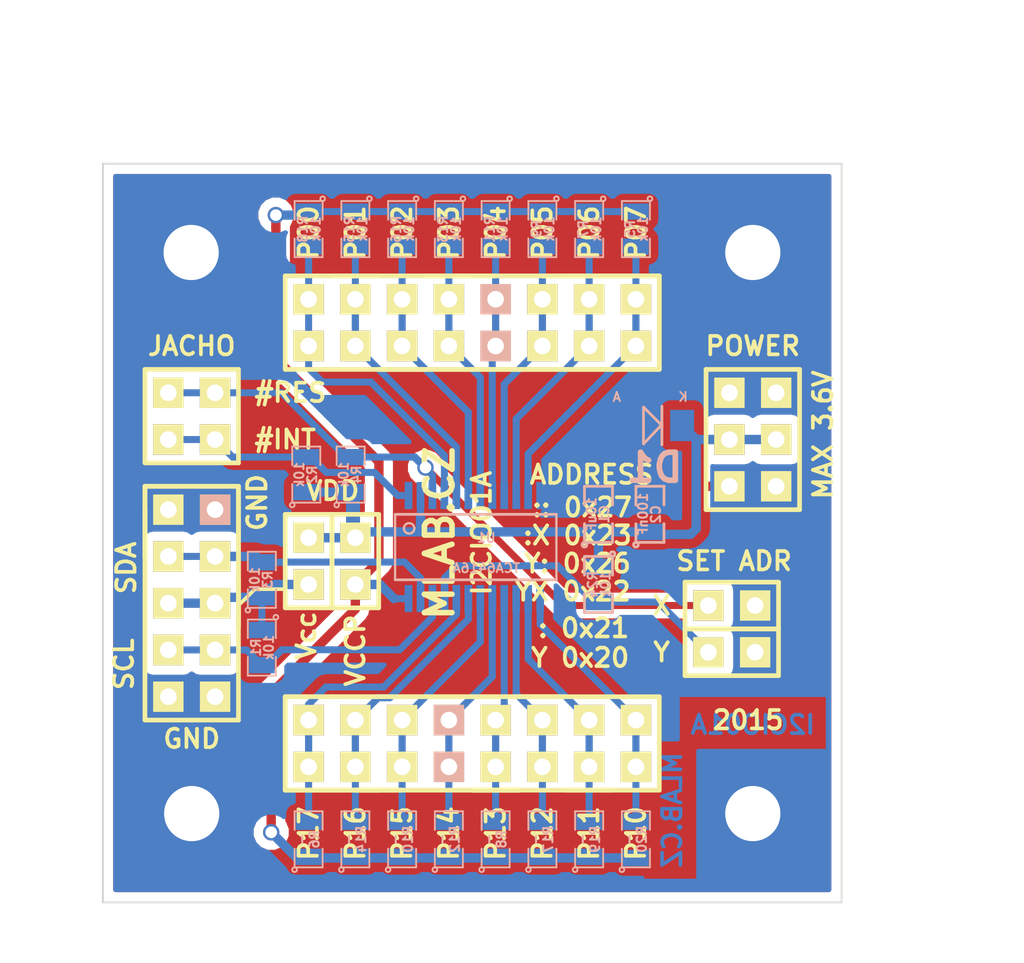
<source format=kicad_pcb>
(kicad_pcb (version 4) (host pcbnew "(2015-01-07 BZR 5359)-product")

  (general
    (links 111)
    (no_connects 0)
    (area 0.205999 -30.274001 40.434001 9.954001)
    (thickness 1.6)
    (drawings 48)
    (tracks 216)
    (zones 0)
    (modules 38)
    (nets 26)
  )

  (page A4)
  (layers
    (0 F.Cu signal)
    (31 B.Cu signal)
    (32 B.Adhes user)
    (33 F.Adhes user)
    (34 B.Paste user)
    (35 F.Paste user)
    (36 B.SilkS user)
    (37 F.SilkS user)
    (38 B.Mask user)
    (39 F.Mask user)
    (40 Dwgs.User user)
    (41 Cmts.User user)
    (42 Eco1.User user)
    (43 Eco2.User user)
    (44 Edge.Cuts user)
    (45 Margin user hide)
    (46 B.CrtYd user hide)
    (47 F.CrtYd user hide)
    (48 B.Fab user)
    (49 F.Fab user)
  )

  (setup
    (last_trace_width 0.381)
    (user_trace_width 0.381)
    (user_trace_width 0.508)
    (trace_clearance 0.2)
    (zone_clearance 0.508)
    (zone_45_only no)
    (trace_min 0.254)
    (segment_width 0.2)
    (edge_width 0.1)
    (via_size 0.889)
    (via_drill 0.635)
    (via_min_size 0.889)
    (via_min_drill 0.508)
    (uvia_size 0.508)
    (uvia_drill 0.127)
    (uvias_allowed no)
    (uvia_min_size 0.508)
    (uvia_min_drill 0.127)
    (pcb_text_width 0.3)
    (pcb_text_size 1.5 1.5)
    (mod_edge_width 0.15)
    (mod_text_size 1 1)
    (mod_text_width 0.15)
    (pad_size 6 6)
    (pad_drill 3)
    (pad_to_mask_clearance 0)
    (aux_axis_origin 0 0)
    (visible_elements 7FFFFF7F)
    (pcbplotparams
      (layerselection 0x010f0_80000001)
      (usegerberextensions false)
      (excludeedgelayer true)
      (linewidth 0.100000)
      (plotframeref false)
      (viasonmask false)
      (mode 1)
      (useauxorigin false)
      (hpglpennumber 1)
      (hpglpenspeed 20)
      (hpglpendiameter 15)
      (hpglpenoverlay 2)
      (psnegative false)
      (psa4output false)
      (plotreference true)
      (plotvalue true)
      (plotinvisibletext false)
      (padsonsilk false)
      (subtractmaskfromsilk false)
      (outputformat 1)
      (mirror false)
      (drillshape 0)
      (scaleselection 1)
      (outputdirectory ../CAM_PROFI/))
  )

  (net 0 "")
  (net 1 VDD)
  (net 2 GND)
  (net 3 /#RES)
  (net 4 /#INT)
  (net 5 /SCL)
  (net 6 /SDA)
  (net 7 /A0)
  (net 8 /Vccp)
  (net 9 /P01)
  (net 10 /P00)
  (net 11 /P07)
  (net 12 /P06)
  (net 13 /P02)
  (net 14 /P05)
  (net 15 /P04)
  (net 16 /P03)
  (net 17 /P11)
  (net 18 /P10)
  (net 19 /P17)
  (net 20 /P16)
  (net 21 /P12)
  (net 22 /P15)
  (net 23 /P14)
  (net 24 /P13)
  (net 25 "Net-(J2-Pad3)")

  (net_class Default "Toto je výchozí třída sítě."
    (clearance 0.2)
    (trace_width 0.381)
    (via_dia 0.889)
    (via_drill 0.635)
    (uvia_dia 0.508)
    (uvia_drill 0.127)
    (add_net /#INT)
    (add_net /#RES)
    (add_net /A0)
    (add_net /P00)
    (add_net /P01)
    (add_net /P02)
    (add_net /P03)
    (add_net /P04)
    (add_net /P05)
    (add_net /P06)
    (add_net /P07)
    (add_net /P10)
    (add_net /P11)
    (add_net /P12)
    (add_net /P13)
    (add_net /P14)
    (add_net /P15)
    (add_net /P16)
    (add_net /P17)
    (add_net /SCL)
    (add_net /SDA)
    (add_net GND)
    (add_net "Net-(J2-Pad3)")
  )

  (net_class vdd ""
    (clearance 0.2)
    (trace_width 0.508)
    (via_dia 0.889)
    (via_drill 0.635)
    (uvia_dia 0.508)
    (uvia_drill 0.127)
    (add_net /Vccp)
    (add_net VDD)
  )

  (module Hrebinky:Pin_Header_Straight_2x03 placed (layer F.Cu) (tedit 54758468) (tstamp 54758520)
    (at 35.56 -15.24 90)
    (descr "1 pin")
    (tags "CONN DEV")
    (path /5468EC1F)
    (fp_text reference J3 (at 1.778 10.922 90) (layer F.SilkS) hide
      (effects (font (size 1.27 1.27) (thickness 0.2032)))
    )
    (fp_text value JUMP_3X2 (at 0 0 90) (layer F.SilkS) hide
      (effects (font (size 1.27 1.27) (thickness 0.2032)))
    )
    (fp_line (start -3.81 2.54) (end 3.81 2.54) (layer F.SilkS) (width 0.254))
    (fp_line (start 3.81 2.54) (end 3.81 -2.54) (layer F.SilkS) (width 0.254))
    (fp_line (start 3.81 -2.54) (end -1.27 -2.54) (layer F.SilkS) (width 0.254))
    (fp_line (start -3.81 2.54) (end -3.81 0) (layer F.SilkS) (width 0.254))
    (fp_line (start -3.81 -2.54) (end -3.81 0) (layer F.SilkS) (width 0.254))
    (fp_line (start -1.27 -2.54) (end -3.81 -2.54) (layer F.SilkS) (width 0.254))
    (pad 1 thru_hole rect (at -2.54 1.27 90) (size 1.651 1.651) (drill 0.9) (layers *.Cu *.Mask F.SilkS)
      (net 2 GND))
    (pad 2 thru_hole rect (at 0 1.27 90) (size 1.651 1.651) (drill 0.9) (layers *.Cu *.Mask F.SilkS)
      (net 1 VDD))
    (pad 3 thru_hole rect (at 2.54 1.27 90) (size 1.651 1.651) (drill 0.9) (layers *.Cu *.Mask F.SilkS)
      (net 2 GND))
    (pad 4 thru_hole rect (at 2.54 -1.27 90) (size 1.651 1.651) (drill 0.9) (layers *.Cu *.Mask F.SilkS)
      (net 2 GND))
    (pad 5 thru_hole rect (at 0 -1.27 90) (size 1.651 1.651) (drill 0.9) (layers *.Cu *.Mask F.SilkS)
      (net 1 VDD))
    (pad 6 thru_hole rect (at -2.54 -1.27 90) (size 1.651 1.651) (drill 0.9) (layers *.Cu *.Mask F.SilkS)
      (net 2 GND))
    (model Pin_Headers/Pin_Header_Straight_2x03.wrl
      (at (xyz 0 0 0))
      (scale (xyz 1 1 1))
      (rotate (xyz 0 0 0))
    )
  )

  (module SMD_Packages:SMD-0805 (layer B.Cu) (tedit 5469D2AF) (tstamp 5469D3A3)
    (at 8.89 -3.937 270)
    (path /54686C9D)
    (attr smd)
    (fp_text reference R1 (at 0 0.3175 270) (layer B.SilkS)
      (effects (font (size 0.50038 0.50038) (thickness 0.10922)) (justify mirror))
    )
    (fp_text value 10k (at 0 -0.381 270) (layer B.SilkS)
      (effects (font (size 0.50038 0.50038) (thickness 0.10922)) (justify mirror))
    )
    (fp_circle (center -1.651 -0.762) (end -1.651 -0.635) (layer B.SilkS) (width 0.09906))
    (fp_line (start -0.508 -0.762) (end -1.524 -0.762) (layer B.SilkS) (width 0.09906))
    (fp_line (start -1.524 -0.762) (end -1.524 0.762) (layer B.SilkS) (width 0.09906))
    (fp_line (start -1.524 0.762) (end -0.508 0.762) (layer B.SilkS) (width 0.09906))
    (fp_line (start 0.508 0.762) (end 1.524 0.762) (layer B.SilkS) (width 0.09906))
    (fp_line (start 1.524 0.762) (end 1.524 -0.762) (layer B.SilkS) (width 0.09906))
    (fp_line (start 1.524 -0.762) (end 0.508 -0.762) (layer B.SilkS) (width 0.09906))
    (pad 1 smd rect (at -0.9525 0 270) (size 0.889 1.397) (layers B.Cu B.Paste B.Mask)
      (net 25 "Net-(J2-Pad3)"))
    (pad 2 smd rect (at 0.9525 0 270) (size 0.889 1.397) (layers B.Cu B.Paste B.Mask)
      (net 5 /SCL))
    (model smd/chip_cms.wrl
      (at (xyz 0 0 0))
      (scale (xyz 0.1 0.1 0.1))
      (rotate (xyz 0 0 0))
    )
  )

  (module SMD_Packages:SMD-0805 (layer B.Cu) (tedit 5469D2AF) (tstamp 5469D3A9)
    (at 11.303 -13.335 90)
    (path /54689A1B)
    (attr smd)
    (fp_text reference R2 (at 0 0.3175 90) (layer B.SilkS)
      (effects (font (size 0.50038 0.50038) (thickness 0.10922)) (justify mirror))
    )
    (fp_text value 10k (at 0 -0.381 90) (layer B.SilkS)
      (effects (font (size 0.50038 0.50038) (thickness 0.10922)) (justify mirror))
    )
    (fp_circle (center -1.651 -0.762) (end -1.651 -0.635) (layer B.SilkS) (width 0.09906))
    (fp_line (start -0.508 -0.762) (end -1.524 -0.762) (layer B.SilkS) (width 0.09906))
    (fp_line (start -1.524 -0.762) (end -1.524 0.762) (layer B.SilkS) (width 0.09906))
    (fp_line (start -1.524 0.762) (end -0.508 0.762) (layer B.SilkS) (width 0.09906))
    (fp_line (start 0.508 0.762) (end 1.524 0.762) (layer B.SilkS) (width 0.09906))
    (fp_line (start 1.524 0.762) (end 1.524 -0.762) (layer B.SilkS) (width 0.09906))
    (fp_line (start 1.524 -0.762) (end 0.508 -0.762) (layer B.SilkS) (width 0.09906))
    (pad 1 smd rect (at -0.9525 0 90) (size 0.889 1.397) (layers B.Cu B.Paste B.Mask)
      (net 1 VDD))
    (pad 2 smd rect (at 0.9525 0 90) (size 0.889 1.397) (layers B.Cu B.Paste B.Mask)
      (net 4 /#INT))
    (model smd/chip_cms.wrl
      (at (xyz 0 0 0))
      (scale (xyz 0.1 0.1 0.1))
      (rotate (xyz 0 0 0))
    )
  )

  (module SMD_Packages:SMD-0805 (layer B.Cu) (tedit 5469D2AF) (tstamp 5469D3AF)
    (at 8.89 -7.62 90)
    (path /54686C56)
    (attr smd)
    (fp_text reference R3 (at 0 0.3175 90) (layer B.SilkS)
      (effects (font (size 0.50038 0.50038) (thickness 0.10922)) (justify mirror))
    )
    (fp_text value 10k (at 0 -0.381 90) (layer B.SilkS)
      (effects (font (size 0.50038 0.50038) (thickness 0.10922)) (justify mirror))
    )
    (fp_circle (center -1.651 -0.762) (end -1.651 -0.635) (layer B.SilkS) (width 0.09906))
    (fp_line (start -0.508 -0.762) (end -1.524 -0.762) (layer B.SilkS) (width 0.09906))
    (fp_line (start -1.524 -0.762) (end -1.524 0.762) (layer B.SilkS) (width 0.09906))
    (fp_line (start -1.524 0.762) (end -0.508 0.762) (layer B.SilkS) (width 0.09906))
    (fp_line (start 0.508 0.762) (end 1.524 0.762) (layer B.SilkS) (width 0.09906))
    (fp_line (start 1.524 0.762) (end 1.524 -0.762) (layer B.SilkS) (width 0.09906))
    (fp_line (start 1.524 -0.762) (end 0.508 -0.762) (layer B.SilkS) (width 0.09906))
    (pad 1 smd rect (at -0.9525 0 90) (size 0.889 1.397) (layers B.Cu B.Paste B.Mask)
      (net 25 "Net-(J2-Pad3)"))
    (pad 2 smd rect (at 0.9525 0 90) (size 0.889 1.397) (layers B.Cu B.Paste B.Mask)
      (net 6 /SDA))
    (model smd/chip_cms.wrl
      (at (xyz 0 0 0))
      (scale (xyz 0.1 0.1 0.1))
      (rotate (xyz 0 0 0))
    )
  )

  (module SMD_Packages:SMD-0805 (layer B.Cu) (tedit 5469D2AF) (tstamp 5469D3B5)
    (at 13.716 -13.335 90)
    (path /54689A9E)
    (attr smd)
    (fp_text reference R4 (at 0 0.3175 90) (layer B.SilkS)
      (effects (font (size 0.50038 0.50038) (thickness 0.10922)) (justify mirror))
    )
    (fp_text value 10k (at 0 -0.381 90) (layer B.SilkS)
      (effects (font (size 0.50038 0.50038) (thickness 0.10922)) (justify mirror))
    )
    (fp_circle (center -1.651 -0.762) (end -1.651 -0.635) (layer B.SilkS) (width 0.09906))
    (fp_line (start -0.508 -0.762) (end -1.524 -0.762) (layer B.SilkS) (width 0.09906))
    (fp_line (start -1.524 -0.762) (end -1.524 0.762) (layer B.SilkS) (width 0.09906))
    (fp_line (start -1.524 0.762) (end -0.508 0.762) (layer B.SilkS) (width 0.09906))
    (fp_line (start 0.508 0.762) (end 1.524 0.762) (layer B.SilkS) (width 0.09906))
    (fp_line (start 1.524 0.762) (end 1.524 -0.762) (layer B.SilkS) (width 0.09906))
    (fp_line (start 1.524 -0.762) (end 0.508 -0.762) (layer B.SilkS) (width 0.09906))
    (pad 1 smd rect (at -0.9525 0 90) (size 0.889 1.397) (layers B.Cu B.Paste B.Mask)
      (net 1 VDD))
    (pad 2 smd rect (at 0.9525 0 90) (size 0.889 1.397) (layers B.Cu B.Paste B.Mask)
      (net 3 /#RES))
    (model smd/chip_cms.wrl
      (at (xyz 0 0 0))
      (scale (xyz 0.1 0.1 0.1))
      (rotate (xyz 0 0 0))
    )
  )

  (module SMD_Packages:SMD-0805 (layer B.Cu) (tedit 5469D2AF) (tstamp 5469D6D1)
    (at 29.21 -26.67 270)
    (path /5468B3EC)
    (attr smd)
    (fp_text reference R5 (at 0 0.3175 270) (layer B.SilkS)
      (effects (font (size 0.50038 0.50038) (thickness 0.10922)) (justify mirror))
    )
    (fp_text value 10k (at 0 -0.381 270) (layer B.SilkS)
      (effects (font (size 0.50038 0.50038) (thickness 0.10922)) (justify mirror))
    )
    (fp_circle (center -1.651 -0.762) (end -1.651 -0.635) (layer B.SilkS) (width 0.09906))
    (fp_line (start -0.508 -0.762) (end -1.524 -0.762) (layer B.SilkS) (width 0.09906))
    (fp_line (start -1.524 -0.762) (end -1.524 0.762) (layer B.SilkS) (width 0.09906))
    (fp_line (start -1.524 0.762) (end -0.508 0.762) (layer B.SilkS) (width 0.09906))
    (fp_line (start 0.508 0.762) (end 1.524 0.762) (layer B.SilkS) (width 0.09906))
    (fp_line (start 1.524 0.762) (end 1.524 -0.762) (layer B.SilkS) (width 0.09906))
    (fp_line (start 1.524 -0.762) (end 0.508 -0.762) (layer B.SilkS) (width 0.09906))
    (pad 1 smd rect (at -0.9525 0 270) (size 0.889 1.397) (layers B.Cu B.Paste B.Mask)
      (net 8 /Vccp))
    (pad 2 smd rect (at 0.9525 0 270) (size 0.889 1.397) (layers B.Cu B.Paste B.Mask)
      (net 11 /P07))
    (model smd/chip_cms.wrl
      (at (xyz 0 0 0))
      (scale (xyz 0.1 0.1 0.1))
      (rotate (xyz 0 0 0))
    )
  )

  (module SMD_Packages:SMD-0805 (layer B.Cu) (tedit 5469D2AF) (tstamp 5469D3C1)
    (at 11.43 6.477 90)
    (path /5468C6CB)
    (attr smd)
    (fp_text reference R6 (at 0 0.3175 90) (layer B.SilkS)
      (effects (font (size 0.50038 0.50038) (thickness 0.10922)) (justify mirror))
    )
    (fp_text value - (at 0 -0.381 90) (layer B.SilkS)
      (effects (font (size 0.50038 0.50038) (thickness 0.10922)) (justify mirror))
    )
    (fp_circle (center -1.651 -0.762) (end -1.651 -0.635) (layer B.SilkS) (width 0.09906))
    (fp_line (start -0.508 -0.762) (end -1.524 -0.762) (layer B.SilkS) (width 0.09906))
    (fp_line (start -1.524 -0.762) (end -1.524 0.762) (layer B.SilkS) (width 0.09906))
    (fp_line (start -1.524 0.762) (end -0.508 0.762) (layer B.SilkS) (width 0.09906))
    (fp_line (start 0.508 0.762) (end 1.524 0.762) (layer B.SilkS) (width 0.09906))
    (fp_line (start 1.524 0.762) (end 1.524 -0.762) (layer B.SilkS) (width 0.09906))
    (fp_line (start 1.524 -0.762) (end 0.508 -0.762) (layer B.SilkS) (width 0.09906))
    (pad 1 smd rect (at -0.9525 0 90) (size 0.889 1.397) (layers B.Cu B.Paste B.Mask)
      (net 8 /Vccp))
    (pad 2 smd rect (at 0.9525 0 90) (size 0.889 1.397) (layers B.Cu B.Paste B.Mask)
      (net 19 /P17))
    (model smd/chip_cms.wrl
      (at (xyz 0 0 0))
      (scale (xyz 0.1 0.1 0.1))
      (rotate (xyz 0 0 0))
    )
  )

  (module SMD_Packages:SMD-0805 (layer B.Cu) (tedit 5469D2AF) (tstamp 5469D3C7)
    (at 26.67 -26.67 270)
    (path /5468B419)
    (attr smd)
    (fp_text reference R7 (at 0 0.3175 270) (layer B.SilkS)
      (effects (font (size 0.50038 0.50038) (thickness 0.10922)) (justify mirror))
    )
    (fp_text value 10k (at 0 -0.381 270) (layer B.SilkS)
      (effects (font (size 0.50038 0.50038) (thickness 0.10922)) (justify mirror))
    )
    (fp_circle (center -1.651 -0.762) (end -1.651 -0.635) (layer B.SilkS) (width 0.09906))
    (fp_line (start -0.508 -0.762) (end -1.524 -0.762) (layer B.SilkS) (width 0.09906))
    (fp_line (start -1.524 -0.762) (end -1.524 0.762) (layer B.SilkS) (width 0.09906))
    (fp_line (start -1.524 0.762) (end -0.508 0.762) (layer B.SilkS) (width 0.09906))
    (fp_line (start 0.508 0.762) (end 1.524 0.762) (layer B.SilkS) (width 0.09906))
    (fp_line (start 1.524 0.762) (end 1.524 -0.762) (layer B.SilkS) (width 0.09906))
    (fp_line (start 1.524 -0.762) (end 0.508 -0.762) (layer B.SilkS) (width 0.09906))
    (pad 1 smd rect (at -0.9525 0 270) (size 0.889 1.397) (layers B.Cu B.Paste B.Mask)
      (net 8 /Vccp))
    (pad 2 smd rect (at 0.9525 0 270) (size 0.889 1.397) (layers B.Cu B.Paste B.Mask)
      (net 12 /P06))
    (model smd/chip_cms.wrl
      (at (xyz 0 0 0))
      (scale (xyz 0.1 0.1 0.1))
      (rotate (xyz 0 0 0))
    )
  )

  (module SMD_Packages:SMD-0805 (layer B.Cu) (tedit 5469D2AF) (tstamp 5469D3CD)
    (at 21.59 6.477 90)
    (path /5468C73A)
    (attr smd)
    (fp_text reference R8 (at 0 0.3175 90) (layer B.SilkS)
      (effects (font (size 0.50038 0.50038) (thickness 0.10922)) (justify mirror))
    )
    (fp_text value - (at 0 -0.381 90) (layer B.SilkS)
      (effects (font (size 0.50038 0.50038) (thickness 0.10922)) (justify mirror))
    )
    (fp_circle (center -1.651 -0.762) (end -1.651 -0.635) (layer B.SilkS) (width 0.09906))
    (fp_line (start -0.508 -0.762) (end -1.524 -0.762) (layer B.SilkS) (width 0.09906))
    (fp_line (start -1.524 -0.762) (end -1.524 0.762) (layer B.SilkS) (width 0.09906))
    (fp_line (start -1.524 0.762) (end -0.508 0.762) (layer B.SilkS) (width 0.09906))
    (fp_line (start 0.508 0.762) (end 1.524 0.762) (layer B.SilkS) (width 0.09906))
    (fp_line (start 1.524 0.762) (end 1.524 -0.762) (layer B.SilkS) (width 0.09906))
    (fp_line (start 1.524 -0.762) (end 0.508 -0.762) (layer B.SilkS) (width 0.09906))
    (pad 1 smd rect (at -0.9525 0 90) (size 0.889 1.397) (layers B.Cu B.Paste B.Mask)
      (net 8 /Vccp))
    (pad 2 smd rect (at 0.9525 0 90) (size 0.889 1.397) (layers B.Cu B.Paste B.Mask)
      (net 24 /P13))
    (model smd/chip_cms.wrl
      (at (xyz 0 0 0))
      (scale (xyz 0.1 0.1 0.1))
      (rotate (xyz 0 0 0))
    )
  )

  (module SMD_Packages:SMD-0805 (layer B.Cu) (tedit 5469D2AF) (tstamp 5469D3D3)
    (at 24.13 -26.67 270)
    (path /5468B438)
    (attr smd)
    (fp_text reference R9 (at 0 0.3175 270) (layer B.SilkS)
      (effects (font (size 0.50038 0.50038) (thickness 0.10922)) (justify mirror))
    )
    (fp_text value 10k (at 0 -0.381 270) (layer B.SilkS)
      (effects (font (size 0.50038 0.50038) (thickness 0.10922)) (justify mirror))
    )
    (fp_circle (center -1.651 -0.762) (end -1.651 -0.635) (layer B.SilkS) (width 0.09906))
    (fp_line (start -0.508 -0.762) (end -1.524 -0.762) (layer B.SilkS) (width 0.09906))
    (fp_line (start -1.524 -0.762) (end -1.524 0.762) (layer B.SilkS) (width 0.09906))
    (fp_line (start -1.524 0.762) (end -0.508 0.762) (layer B.SilkS) (width 0.09906))
    (fp_line (start 0.508 0.762) (end 1.524 0.762) (layer B.SilkS) (width 0.09906))
    (fp_line (start 1.524 0.762) (end 1.524 -0.762) (layer B.SilkS) (width 0.09906))
    (fp_line (start 1.524 -0.762) (end 0.508 -0.762) (layer B.SilkS) (width 0.09906))
    (pad 1 smd rect (at -0.9525 0 270) (size 0.889 1.397) (layers B.Cu B.Paste B.Mask)
      (net 8 /Vccp))
    (pad 2 smd rect (at 0.9525 0 270) (size 0.889 1.397) (layers B.Cu B.Paste B.Mask)
      (net 14 /P05))
    (model smd/chip_cms.wrl
      (at (xyz 0 0 0))
      (scale (xyz 0.1 0.1 0.1))
      (rotate (xyz 0 0 0))
    )
  )

  (module SMD_Packages:SMD-0805 (layer B.Cu) (tedit 5469D2AF) (tstamp 5469D3D9)
    (at 16.51 6.477 90)
    (path /5468C75B)
    (attr smd)
    (fp_text reference R10 (at 0 0.3175 90) (layer B.SilkS)
      (effects (font (size 0.50038 0.50038) (thickness 0.10922)) (justify mirror))
    )
    (fp_text value - (at 0 -0.381 90) (layer B.SilkS)
      (effects (font (size 0.50038 0.50038) (thickness 0.10922)) (justify mirror))
    )
    (fp_circle (center -1.651 -0.762) (end -1.651 -0.635) (layer B.SilkS) (width 0.09906))
    (fp_line (start -0.508 -0.762) (end -1.524 -0.762) (layer B.SilkS) (width 0.09906))
    (fp_line (start -1.524 -0.762) (end -1.524 0.762) (layer B.SilkS) (width 0.09906))
    (fp_line (start -1.524 0.762) (end -0.508 0.762) (layer B.SilkS) (width 0.09906))
    (fp_line (start 0.508 0.762) (end 1.524 0.762) (layer B.SilkS) (width 0.09906))
    (fp_line (start 1.524 0.762) (end 1.524 -0.762) (layer B.SilkS) (width 0.09906))
    (fp_line (start 1.524 -0.762) (end 0.508 -0.762) (layer B.SilkS) (width 0.09906))
    (pad 1 smd rect (at -0.9525 0 90) (size 0.889 1.397) (layers B.Cu B.Paste B.Mask)
      (net 8 /Vccp))
    (pad 2 smd rect (at 0.9525 0 90) (size 0.889 1.397) (layers B.Cu B.Paste B.Mask)
      (net 22 /P15))
    (model smd/chip_cms.wrl
      (at (xyz 0 0 0))
      (scale (xyz 0.1 0.1 0.1))
      (rotate (xyz 0 0 0))
    )
  )

  (module SMD_Packages:SMD-0805 (layer B.Cu) (tedit 5469D2AF) (tstamp 5469D70B)
    (at 21.59 -26.67 270)
    (path /5468B457)
    (attr smd)
    (fp_text reference R11 (at 0 0.3175 270) (layer B.SilkS)
      (effects (font (size 0.50038 0.50038) (thickness 0.10922)) (justify mirror))
    )
    (fp_text value 10k (at 0 -0.381 270) (layer B.SilkS)
      (effects (font (size 0.50038 0.50038) (thickness 0.10922)) (justify mirror))
    )
    (fp_circle (center -1.651 -0.762) (end -1.651 -0.635) (layer B.SilkS) (width 0.09906))
    (fp_line (start -0.508 -0.762) (end -1.524 -0.762) (layer B.SilkS) (width 0.09906))
    (fp_line (start -1.524 -0.762) (end -1.524 0.762) (layer B.SilkS) (width 0.09906))
    (fp_line (start -1.524 0.762) (end -0.508 0.762) (layer B.SilkS) (width 0.09906))
    (fp_line (start 0.508 0.762) (end 1.524 0.762) (layer B.SilkS) (width 0.09906))
    (fp_line (start 1.524 0.762) (end 1.524 -0.762) (layer B.SilkS) (width 0.09906))
    (fp_line (start 1.524 -0.762) (end 0.508 -0.762) (layer B.SilkS) (width 0.09906))
    (pad 1 smd rect (at -0.9525 0 270) (size 0.889 1.397) (layers B.Cu B.Paste B.Mask)
      (net 8 /Vccp))
    (pad 2 smd rect (at 0.9525 0 270) (size 0.889 1.397) (layers B.Cu B.Paste B.Mask)
      (net 15 /P04))
    (model smd/chip_cms.wrl
      (at (xyz 0 0 0))
      (scale (xyz 0.1 0.1 0.1))
      (rotate (xyz 0 0 0))
    )
  )

  (module SMD_Packages:SMD-0805 (layer B.Cu) (tedit 5469D2AF) (tstamp 5469D3E5)
    (at 19.05 6.477 90)
    (path /5468C780)
    (attr smd)
    (fp_text reference R12 (at 0 0.3175 90) (layer B.SilkS)
      (effects (font (size 0.50038 0.50038) (thickness 0.10922)) (justify mirror))
    )
    (fp_text value - (at 0 -0.381 90) (layer B.SilkS)
      (effects (font (size 0.50038 0.50038) (thickness 0.10922)) (justify mirror))
    )
    (fp_circle (center -1.651 -0.762) (end -1.651 -0.635) (layer B.SilkS) (width 0.09906))
    (fp_line (start -0.508 -0.762) (end -1.524 -0.762) (layer B.SilkS) (width 0.09906))
    (fp_line (start -1.524 -0.762) (end -1.524 0.762) (layer B.SilkS) (width 0.09906))
    (fp_line (start -1.524 0.762) (end -0.508 0.762) (layer B.SilkS) (width 0.09906))
    (fp_line (start 0.508 0.762) (end 1.524 0.762) (layer B.SilkS) (width 0.09906))
    (fp_line (start 1.524 0.762) (end 1.524 -0.762) (layer B.SilkS) (width 0.09906))
    (fp_line (start 1.524 -0.762) (end 0.508 -0.762) (layer B.SilkS) (width 0.09906))
    (pad 1 smd rect (at -0.9525 0 90) (size 0.889 1.397) (layers B.Cu B.Paste B.Mask)
      (net 8 /Vccp))
    (pad 2 smd rect (at 0.9525 0 90) (size 0.889 1.397) (layers B.Cu B.Paste B.Mask)
      (net 23 /P14))
    (model smd/chip_cms.wrl
      (at (xyz 0 0 0))
      (scale (xyz 0.1 0.1 0.1))
      (rotate (xyz 0 0 0))
    )
  )

  (module SMD_Packages:SMD-0805 (layer B.Cu) (tedit 5469D2AF) (tstamp 5469D6EB)
    (at 19.05 -26.67 270)
    (path /5468B47C)
    (attr smd)
    (fp_text reference R13 (at 0 0.3175 270) (layer B.SilkS)
      (effects (font (size 0.50038 0.50038) (thickness 0.10922)) (justify mirror))
    )
    (fp_text value 10k (at 0 -0.381 270) (layer B.SilkS)
      (effects (font (size 0.50038 0.50038) (thickness 0.10922)) (justify mirror))
    )
    (fp_circle (center -1.651 -0.762) (end -1.651 -0.635) (layer B.SilkS) (width 0.09906))
    (fp_line (start -0.508 -0.762) (end -1.524 -0.762) (layer B.SilkS) (width 0.09906))
    (fp_line (start -1.524 -0.762) (end -1.524 0.762) (layer B.SilkS) (width 0.09906))
    (fp_line (start -1.524 0.762) (end -0.508 0.762) (layer B.SilkS) (width 0.09906))
    (fp_line (start 0.508 0.762) (end 1.524 0.762) (layer B.SilkS) (width 0.09906))
    (fp_line (start 1.524 0.762) (end 1.524 -0.762) (layer B.SilkS) (width 0.09906))
    (fp_line (start 1.524 -0.762) (end 0.508 -0.762) (layer B.SilkS) (width 0.09906))
    (pad 1 smd rect (at -0.9525 0 270) (size 0.889 1.397) (layers B.Cu B.Paste B.Mask)
      (net 8 /Vccp))
    (pad 2 smd rect (at 0.9525 0 270) (size 0.889 1.397) (layers B.Cu B.Paste B.Mask)
      (net 16 /P03))
    (model smd/chip_cms.wrl
      (at (xyz 0 0 0))
      (scale (xyz 0.1 0.1 0.1))
      (rotate (xyz 0 0 0))
    )
  )

  (module SMD_Packages:SMD-0805 (layer B.Cu) (tedit 5469D2AF) (tstamp 5469D3F1)
    (at 13.97 6.477 90)
    (path /5468C7A3)
    (attr smd)
    (fp_text reference R14 (at 0 0.3175 90) (layer B.SilkS)
      (effects (font (size 0.50038 0.50038) (thickness 0.10922)) (justify mirror))
    )
    (fp_text value - (at 0 -0.381 90) (layer B.SilkS)
      (effects (font (size 0.50038 0.50038) (thickness 0.10922)) (justify mirror))
    )
    (fp_circle (center -1.651 -0.762) (end -1.651 -0.635) (layer B.SilkS) (width 0.09906))
    (fp_line (start -0.508 -0.762) (end -1.524 -0.762) (layer B.SilkS) (width 0.09906))
    (fp_line (start -1.524 -0.762) (end -1.524 0.762) (layer B.SilkS) (width 0.09906))
    (fp_line (start -1.524 0.762) (end -0.508 0.762) (layer B.SilkS) (width 0.09906))
    (fp_line (start 0.508 0.762) (end 1.524 0.762) (layer B.SilkS) (width 0.09906))
    (fp_line (start 1.524 0.762) (end 1.524 -0.762) (layer B.SilkS) (width 0.09906))
    (fp_line (start 1.524 -0.762) (end 0.508 -0.762) (layer B.SilkS) (width 0.09906))
    (pad 1 smd rect (at -0.9525 0 90) (size 0.889 1.397) (layers B.Cu B.Paste B.Mask)
      (net 8 /Vccp))
    (pad 2 smd rect (at 0.9525 0 90) (size 0.889 1.397) (layers B.Cu B.Paste B.Mask)
      (net 20 /P16))
    (model smd/chip_cms.wrl
      (at (xyz 0 0 0))
      (scale (xyz 0.1 0.1 0.1))
      (rotate (xyz 0 0 0))
    )
  )

  (module SMD_Packages:SMD-0805 (layer B.Cu) (tedit 5469D2AF) (tstamp 5469D65B)
    (at 13.97 -26.67 270)
    (path /5468B49B)
    (attr smd)
    (fp_text reference R15 (at 0 0.3175 270) (layer B.SilkS)
      (effects (font (size 0.50038 0.50038) (thickness 0.10922)) (justify mirror))
    )
    (fp_text value 10k (at 0 -0.381 270) (layer B.SilkS)
      (effects (font (size 0.50038 0.50038) (thickness 0.10922)) (justify mirror))
    )
    (fp_circle (center -1.651 -0.762) (end -1.651 -0.635) (layer B.SilkS) (width 0.09906))
    (fp_line (start -0.508 -0.762) (end -1.524 -0.762) (layer B.SilkS) (width 0.09906))
    (fp_line (start -1.524 -0.762) (end -1.524 0.762) (layer B.SilkS) (width 0.09906))
    (fp_line (start -1.524 0.762) (end -0.508 0.762) (layer B.SilkS) (width 0.09906))
    (fp_line (start 0.508 0.762) (end 1.524 0.762) (layer B.SilkS) (width 0.09906))
    (fp_line (start 1.524 0.762) (end 1.524 -0.762) (layer B.SilkS) (width 0.09906))
    (fp_line (start 1.524 -0.762) (end 0.508 -0.762) (layer B.SilkS) (width 0.09906))
    (pad 1 smd rect (at -0.9525 0 270) (size 0.889 1.397) (layers B.Cu B.Paste B.Mask)
      (net 8 /Vccp))
    (pad 2 smd rect (at 0.9525 0 270) (size 0.889 1.397) (layers B.Cu B.Paste B.Mask)
      (net 9 /P01))
    (model smd/chip_cms.wrl
      (at (xyz 0 0 0))
      (scale (xyz 0.1 0.1 0.1))
      (rotate (xyz 0 0 0))
    )
  )

  (module SMD_Packages:SMD-0805 (layer B.Cu) (tedit 5469D2AF) (tstamp 5469D3FD)
    (at 16.51 -26.67 270)
    (path /5468C7D0)
    (attr smd)
    (fp_text reference R16 (at 0 0.3175 270) (layer B.SilkS)
      (effects (font (size 0.50038 0.50038) (thickness 0.10922)) (justify mirror))
    )
    (fp_text value 10k (at 0 -0.381 270) (layer B.SilkS)
      (effects (font (size 0.50038 0.50038) (thickness 0.10922)) (justify mirror))
    )
    (fp_circle (center -1.651 -0.762) (end -1.651 -0.635) (layer B.SilkS) (width 0.09906))
    (fp_line (start -0.508 -0.762) (end -1.524 -0.762) (layer B.SilkS) (width 0.09906))
    (fp_line (start -1.524 -0.762) (end -1.524 0.762) (layer B.SilkS) (width 0.09906))
    (fp_line (start -1.524 0.762) (end -0.508 0.762) (layer B.SilkS) (width 0.09906))
    (fp_line (start 0.508 0.762) (end 1.524 0.762) (layer B.SilkS) (width 0.09906))
    (fp_line (start 1.524 0.762) (end 1.524 -0.762) (layer B.SilkS) (width 0.09906))
    (fp_line (start 1.524 -0.762) (end 0.508 -0.762) (layer B.SilkS) (width 0.09906))
    (pad 1 smd rect (at -0.9525 0 270) (size 0.889 1.397) (layers B.Cu B.Paste B.Mask)
      (net 8 /Vccp))
    (pad 2 smd rect (at 0.9525 0 270) (size 0.889 1.397) (layers B.Cu B.Paste B.Mask)
      (net 13 /P02))
    (model smd/chip_cms.wrl
      (at (xyz 0 0 0))
      (scale (xyz 0.1 0.1 0.1))
      (rotate (xyz 0 0 0))
    )
  )

  (module SMD_Packages:SMD-0805 (layer B.Cu) (tedit 5469D2AF) (tstamp 5469D67B)
    (at 24.13 6.477 90)
    (path /5468B4B8)
    (attr smd)
    (fp_text reference R17 (at 0 0.3175 90) (layer B.SilkS)
      (effects (font (size 0.50038 0.50038) (thickness 0.10922)) (justify mirror))
    )
    (fp_text value - (at 0 -0.381 90) (layer B.SilkS)
      (effects (font (size 0.50038 0.50038) (thickness 0.10922)) (justify mirror))
    )
    (fp_circle (center -1.651 -0.762) (end -1.651 -0.635) (layer B.SilkS) (width 0.09906))
    (fp_line (start -0.508 -0.762) (end -1.524 -0.762) (layer B.SilkS) (width 0.09906))
    (fp_line (start -1.524 -0.762) (end -1.524 0.762) (layer B.SilkS) (width 0.09906))
    (fp_line (start -1.524 0.762) (end -0.508 0.762) (layer B.SilkS) (width 0.09906))
    (fp_line (start 0.508 0.762) (end 1.524 0.762) (layer B.SilkS) (width 0.09906))
    (fp_line (start 1.524 0.762) (end 1.524 -0.762) (layer B.SilkS) (width 0.09906))
    (fp_line (start 1.524 -0.762) (end 0.508 -0.762) (layer B.SilkS) (width 0.09906))
    (pad 1 smd rect (at -0.9525 0 90) (size 0.889 1.397) (layers B.Cu B.Paste B.Mask)
      (net 8 /Vccp))
    (pad 2 smd rect (at 0.9525 0 90) (size 0.889 1.397) (layers B.Cu B.Paste B.Mask)
      (net 21 /P12))
    (model smd/chip_cms.wrl
      (at (xyz 0 0 0))
      (scale (xyz 0.1 0.1 0.1))
      (rotate (xyz 0 0 0))
    )
  )

  (module SMD_Packages:SMD-0805 (layer B.Cu) (tedit 5469D2AF) (tstamp 5469D409)
    (at 11.43 -26.67 270)
    (path /5468C7F9)
    (attr smd)
    (fp_text reference R18 (at 0 0.3175 270) (layer B.SilkS)
      (effects (font (size 0.50038 0.50038) (thickness 0.10922)) (justify mirror))
    )
    (fp_text value 10k (at 0 -0.381 270) (layer B.SilkS)
      (effects (font (size 0.50038 0.50038) (thickness 0.10922)) (justify mirror))
    )
    (fp_circle (center -1.651 -0.762) (end -1.651 -0.635) (layer B.SilkS) (width 0.09906))
    (fp_line (start -0.508 -0.762) (end -1.524 -0.762) (layer B.SilkS) (width 0.09906))
    (fp_line (start -1.524 -0.762) (end -1.524 0.762) (layer B.SilkS) (width 0.09906))
    (fp_line (start -1.524 0.762) (end -0.508 0.762) (layer B.SilkS) (width 0.09906))
    (fp_line (start 0.508 0.762) (end 1.524 0.762) (layer B.SilkS) (width 0.09906))
    (fp_line (start 1.524 0.762) (end 1.524 -0.762) (layer B.SilkS) (width 0.09906))
    (fp_line (start 1.524 -0.762) (end 0.508 -0.762) (layer B.SilkS) (width 0.09906))
    (pad 1 smd rect (at -0.9525 0 270) (size 0.889 1.397) (layers B.Cu B.Paste B.Mask)
      (net 8 /Vccp))
    (pad 2 smd rect (at 0.9525 0 270) (size 0.889 1.397) (layers B.Cu B.Paste B.Mask)
      (net 10 /P00))
    (model smd/chip_cms.wrl
      (at (xyz 0 0 0))
      (scale (xyz 0.1 0.1 0.1))
      (rotate (xyz 0 0 0))
    )
  )

  (module SMD_Packages:SMD-0805 (layer B.Cu) (tedit 5469D2AF) (tstamp 5469D62E)
    (at 26.67 6.477 90)
    (path /5468B4D7)
    (attr smd)
    (fp_text reference R19 (at 0 0.3175 90) (layer B.SilkS)
      (effects (font (size 0.50038 0.50038) (thickness 0.10922)) (justify mirror))
    )
    (fp_text value - (at 0 -0.381 90) (layer B.SilkS)
      (effects (font (size 0.50038 0.50038) (thickness 0.10922)) (justify mirror))
    )
    (fp_circle (center -1.651 -0.762) (end -1.651 -0.635) (layer B.SilkS) (width 0.09906))
    (fp_line (start -0.508 -0.762) (end -1.524 -0.762) (layer B.SilkS) (width 0.09906))
    (fp_line (start -1.524 -0.762) (end -1.524 0.762) (layer B.SilkS) (width 0.09906))
    (fp_line (start -1.524 0.762) (end -0.508 0.762) (layer B.SilkS) (width 0.09906))
    (fp_line (start 0.508 0.762) (end 1.524 0.762) (layer B.SilkS) (width 0.09906))
    (fp_line (start 1.524 0.762) (end 1.524 -0.762) (layer B.SilkS) (width 0.09906))
    (fp_line (start 1.524 -0.762) (end 0.508 -0.762) (layer B.SilkS) (width 0.09906))
    (pad 1 smd rect (at -0.9525 0 90) (size 0.889 1.397) (layers B.Cu B.Paste B.Mask)
      (net 8 /Vccp))
    (pad 2 smd rect (at 0.9525 0 90) (size 0.889 1.397) (layers B.Cu B.Paste B.Mask)
      (net 17 /P11))
    (model smd/chip_cms.wrl
      (at (xyz 0 0 0))
      (scale (xyz 0.1 0.1 0.1))
      (rotate (xyz 0 0 0))
    )
  )

  (module SMD_Packages:SMD-0805 (layer B.Cu) (tedit 5469D57A) (tstamp 5469D415)
    (at 29.21 6.477 90)
    (path /5468C81E)
    (attr smd)
    (fp_text reference R20 (at 0 0.3175 90) (layer B.SilkS)
      (effects (font (size 0.50038 0.50038) (thickness 0.10922)) (justify mirror))
    )
    (fp_text value - (at 0 -0.381 90) (layer B.SilkS)
      (effects (font (size 0.50038 0.50038) (thickness 0.10922)) (justify mirror))
    )
    (fp_circle (center -1.651 -0.762) (end -1.651 -0.635) (layer B.SilkS) (width 0.09906))
    (fp_line (start -0.508 -0.762) (end -1.524 -0.762) (layer B.SilkS) (width 0.09906))
    (fp_line (start -1.524 -0.762) (end -1.524 0.762) (layer B.SilkS) (width 0.09906))
    (fp_line (start -1.524 0.762) (end -0.508 0.762) (layer B.SilkS) (width 0.09906))
    (fp_line (start 0.508 0.762) (end 1.524 0.762) (layer B.SilkS) (width 0.09906))
    (fp_line (start 1.524 0.762) (end 1.524 -0.762) (layer B.SilkS) (width 0.09906))
    (fp_line (start 1.524 -0.762) (end 0.508 -0.762) (layer B.SilkS) (width 0.09906))
    (pad 1 smd rect (at -1.016 0 90) (size 0.889 1.397) (layers B.Cu B.Paste B.Mask)
      (net 8 /Vccp))
    (pad 2 smd rect (at 0.9525 0 90) (size 0.889 1.397) (layers B.Cu B.Paste B.Mask)
      (net 18 /P10))
    (model smd/chip_cms.wrl
      (at (xyz 0 0 0))
      (scale (xyz 0.1 0.1 0.1))
      (rotate (xyz 0 0 0))
    )
  )

  (module IO:TSSOP-28 (layer B.Cu) (tedit 5469DD7B) (tstamp 5469E3B7)
    (at 21.082 -9.398)
    (descr TSSOP-28)
    (path /546882E8)
    (attr smd)
    (fp_text reference U1 (at 0 -0.508) (layer B.SilkS)
      (effects (font (size 0.50038 0.50038) (thickness 0.09906)) (justify mirror))
    )
    (fp_text value TCA6416A (at 0 1.143) (layer B.SilkS)
      (effects (font (size 0.50038 0.50038) (thickness 0.09906)) (justify mirror))
    )
    (fp_line (start -4.953 1.778) (end 3.81 1.778) (layer B.SilkS) (width 0.15))
    (fp_line (start -4.953 -1.778) (end 3.81 -1.778) (layer B.SilkS) (width 0.15))
    (fp_line (start -4.953 1.778) (end -4.953 -1.778) (layer B.SilkS) (width 0.127))
    (fp_line (start 3.81 1.778) (end 3.81 -1.778) (layer B.SilkS) (width 0.127))
    (fp_circle (center -4.191 -1.016) (end -4.318 -1.27) (layer B.SilkS) (width 0.127))
    (pad 7 smd rect (at -0.32512 -2.79908) (size 0.4191 1.47066) (layers B.Cu B.Paste B.Mask)
      (net 16 /P03))
    (pad 8 smd rect (at 0.32512 -2.79908) (size 0.4191 1.47066) (layers B.Cu B.Paste B.Mask)
      (net 15 /P04))
    (pad 9 smd rect (at 0.97536 -2.79908) (size 0.4191 1.47066) (layers B.Cu B.Paste B.Mask)
      (net 14 /P05))
    (pad 10 smd rect (at 1.6256 -2.79908) (size 0.4191 1.47066) (layers B.Cu B.Paste B.Mask)
      (net 12 /P06))
    (pad 21 smd rect (at -2.26568 2.794) (size 0.4191 1.47066) (layers B.Cu B.Paste B.Mask)
      (net 7 /A0))
    (pad 4 smd rect (at -2.27584 -2.79908) (size 0.4191 1.47066) (layers B.Cu B.Paste B.Mask)
      (net 10 /P00))
    (pad 5 smd rect (at -1.6256 -2.79908) (size 0.4191 1.47066) (layers B.Cu B.Paste B.Mask)
      (net 9 /P01))
    (pad 6 smd rect (at -0.97536 -2.79908) (size 0.4191 1.47066) (layers B.Cu B.Paste B.Mask)
      (net 13 /P02))
    (pad 14 smd rect (at 2.27584 2.79908) (size 0.4191 1.47066) (layers B.Cu B.Paste B.Mask)
      (net 17 /P11))
    (pad 15 smd rect (at 1.6256 2.79908) (size 0.4191 1.47066) (layers B.Cu B.Paste B.Mask)
      (net 21 /P12))
    (pad 16 smd rect (at 0.97536 2.79908) (size 0.4191 1.47066) (layers B.Cu B.Paste B.Mask)
      (net 24 /P13))
    (pad 17 smd rect (at 0.32512 2.79908) (size 0.4191 1.47066) (layers B.Cu B.Paste B.Mask)
      (net 23 /P14))
    (pad 18 smd rect (at -0.32512 2.79908) (size 0.4191 1.47066) (layers B.Cu B.Paste B.Mask)
      (net 22 /P15))
    (pad 19 smd rect (at -0.97536 2.79908) (size 0.4191 1.47066) (layers B.Cu B.Paste B.Mask)
      (net 20 /P16))
    (pad 11 smd rect (at 2.27584 -2.79908) (size 0.4191 1.47066) (layers B.Cu B.Paste B.Mask)
      (net 11 /P07))
    (pad 20 smd rect (at -1.6256 2.794) (size 0.4191 1.47066) (layers B.Cu B.Paste B.Mask)
      (net 19 /P17))
    (pad 3 smd rect (at -2.92608 -2.79908) (size 0.4191 1.47066) (layers B.Cu B.Paste B.Mask)
      (net 3 /#RES))
    (pad 12 smd rect (at 2.92608 -2.79908) (size 0.4191 1.47066) (layers B.Cu B.Paste B.Mask)
      (net 2 GND))
    (pad 13 smd rect (at 2.92608 2.79908) (size 0.4191 1.47066) (layers B.Cu B.Paste B.Mask)
      (net 18 /P10))
    (pad 22 smd rect (at -2.92608 2.79908) (size 0.4191 1.47066) (layers B.Cu B.Paste B.Mask)
      (net 5 /SCL))
    (pad 2 smd rect (at -3.57378 -2.79908) (size 0.4191 1.47066) (layers B.Cu B.Paste B.Mask)
      (net 1 VDD))
    (pad 23 smd rect (at -3.57378 2.79908) (size 0.4191 1.47066) (layers B.Cu B.Paste B.Mask)
      (net 6 /SDA))
    (pad 1 smd rect (at -4.22402 -2.79908) (size 0.4191 1.47066) (layers B.Cu B.Paste B.Mask)
      (net 4 /#INT))
    (pad 24 smd rect (at -4.22402 2.79908) (size 0.4191 1.47066) (layers B.Cu B.Paste B.Mask)
      (net 8 /Vccp))
    (model smd/smd_dil/tssop-28.wrl
      (at (xyz 0 0 0))
      (scale (xyz 1 1 1))
      (rotate (xyz 0 0 0))
    )
  )

  (module Hrebinky:Pin_Header_Straight_1x02 (layer F.Cu) (tedit 54748171) (tstamp 54745227)
    (at 11.303 -8.636 90)
    (descr "1 pin")
    (tags "CONN DEV")
    (path /54745488)
    (fp_text reference J8 (at 2.54 32.893 90) (layer F.SilkS) hide
      (effects (font (size 1.27 1.27) (thickness 0.2032)))
    )
    (fp_text value CONN1_2 (at 0 0 90) (layer F.SilkS) hide
      (effects (font (size 1.27 1.27) (thickness 0.2032)))
    )
    (fp_line (start -2.54 -1.143) (end 0 -1.143) (layer F.SilkS) (width 0.254))
    (fp_line (start 0 1.397) (end 2.54 1.397) (layer F.SilkS) (width 0.254))
    (fp_line (start 2.54 1.397) (end 2.54 -1.143) (layer F.SilkS) (width 0.254))
    (fp_line (start 0 -1.143) (end 2.54 -1.143) (layer F.SilkS) (width 0.254))
    (fp_line (start -2.54 -1.143) (end -2.54 1.397) (layer F.SilkS) (width 0.254))
    (fp_line (start -2.54 1.397) (end 0 1.397) (layer F.SilkS) (width 0.254))
    (pad 1 thru_hole rect (at -1.27 0.127 90) (size 1.651 1.651) (drill 0.9) (layers *.Cu *.Mask F.SilkS)
      (net 25 "Net-(J2-Pad3)"))
    (pad 2 thru_hole rect (at 1.27 0.127 90) (size 1.651 1.651) (drill 0.9) (layers *.Cu *.Mask F.SilkS)
      (net 1 VDD))
    (model Pin_Headers/Pin_Header_Straight_1x02.wrl
      (at (xyz 0 0 0))
      (scale (xyz 1 1 1))
      (rotate (xyz 0 0 0))
    )
  )

  (module Dira:MountingHole_3mm placed (layer F.Cu) (tedit 5500C0F4) (tstamp 5474835F)
    (at 5.08 5.08)
    (descr "Mounting hole, Befestigungsbohrung, 3mm, No Annular, Kein Restring,")
    (tags "Mounting hole, Befestigungsbohrung, 3mm, No Annular, Kein Restring,")
    (path /5474842B)
    (fp_text reference P1 (at 0.1778 -0.0762) (layer F.SilkS) hide
      (effects (font (thickness 0.3048)))
    )
    (fp_text value _ (at 1.00076 5.00126) (layer F.SilkS) hide
      (effects (font (thickness 0.3048)))
    )
    (fp_circle (center 0 0) (end 2.99974 0) (layer Cmts.User) (width 0.381))
    (pad 1 thru_hole circle (at 0 0) (size 6 6) (drill 3) (layers *.Cu *.Adhes *.Mask)
      (net 2 GND) (clearance 1) (zone_connect 2))
  )

  (module Dira:MountingHole_3mm placed (layer F.Cu) (tedit 5500C0BB) (tstamp 54748367)
    (at 35.56 -25.4)
    (descr "Mounting hole, Befestigungsbohrung, 3mm, No Annular, Kein Restring,")
    (tags "Mounting hole, Befestigungsbohrung, 3mm, No Annular, Kein Restring,")
    (path /547484FA)
    (fp_text reference P2 (at 0.1778 -0.0762) (layer F.SilkS) hide
      (effects (font (thickness 0.3048)))
    )
    (fp_text value _ (at 1.00076 5.00126) (layer F.SilkS) hide
      (effects (font (thickness 0.3048)))
    )
    (fp_circle (center 0 0) (end 2.99974 0) (layer Cmts.User) (width 0.381))
    (pad 1 thru_hole circle (at 0 0) (size 6 6) (drill 3) (layers *.Cu *.Adhes *.Mask)
      (net 2 GND) (clearance 1) (zone_connect 2))
  )

  (module Dira:MountingHole_3mm placed (layer F.Cu) (tedit 5500C0BF) (tstamp 5474836C)
    (at 5.05 -25.4)
    (descr "Mounting hole, Befestigungsbohrung, 3mm, No Annular, Kein Restring,")
    (tags "Mounting hole, Befestigungsbohrung, 3mm, No Annular, Kein Restring,")
    (path /547485B2)
    (fp_text reference P3 (at 0.1778 -0.0762) (layer F.SilkS) hide
      (effects (font (thickness 0.3048)))
    )
    (fp_text value _ (at 1.00076 5.00126) (layer F.SilkS) hide
      (effects (font (thickness 0.3048)))
    )
    (fp_circle (center 0 0) (end 2.99974 0) (layer Cmts.User) (width 0.381))
    (pad 1 thru_hole circle (at 0 0) (size 6 6) (drill 3) (layers *.Cu *.Adhes *.Mask)
      (net 2 GND) (clearance 1) (zone_connect 2))
  )

  (module Dira:MountingHole_3mm placed (layer F.Cu) (tedit 5500C0B6) (tstamp 54748371)
    (at 35.56 5.08)
    (descr "Mounting hole, Befestigungsbohrung, 3mm, No Annular, Kein Restring,")
    (tags "Mounting hole, Befestigungsbohrung, 3mm, No Annular, Kein Restring,")
    (path /5474855D)
    (fp_text reference P4 (at 0.1778 -0.0762) (layer F.SilkS) hide
      (effects (font (thickness 0.3048)))
    )
    (fp_text value _ (at 1.00076 5.00126) (layer F.SilkS) hide
      (effects (font (thickness 0.3048)))
    )
    (fp_circle (center 0 0) (end 2.99974 0) (layer Cmts.User) (width 0.381))
    (pad 1 thru_hole circle (at 0 0) (size 6 6) (drill 3) (layers *.Cu *.Adhes *.Mask)
      (net 2 GND) (clearance 1) (zone_connect 2))
  )

  (module Hrebinky:Pin_Header_Straight_2x02 placed (layer F.Cu) (tedit 54758675) (tstamp 54758670)
    (at 5.08 -16.51 270)
    (descr "1 pin")
    (tags "CONN DEV")
    (path /5468999D)
    (fp_text reference J1 (at 8.128 10.922 270) (layer F.SilkS) hide
      (effects (font (size 1.27 1.27) (thickness 0.2032)))
    )
    (fp_text value JUMP_2X2 (at 0 0 270) (layer F.SilkS) hide
      (effects (font (size 1.27 1.27) (thickness 0.2032)))
    )
    (fp_line (start -2.54 2.54) (end 2.54 2.54) (layer F.SilkS) (width 0.254))
    (fp_line (start -2.54 -2.54) (end 2.54 -2.54) (layer F.SilkS) (width 0.254))
    (fp_line (start 2.54 2.54) (end 2.54 -2.54) (layer F.SilkS) (width 0.254))
    (fp_line (start -2.54 2.54) (end -2.54 0) (layer F.SilkS) (width 0.254))
    (fp_line (start -2.54 -2.54) (end -2.54 0) (layer F.SilkS) (width 0.254))
    (pad 1 thru_hole rect (at -1.27 1.27 270) (size 1.651 1.651) (drill 0.9) (layers *.Cu *.Mask F.SilkS)
      (net 3 /#RES))
    (pad 2 thru_hole rect (at 1.27 1.27 270) (size 1.651 1.651) (drill 0.9) (layers *.Cu *.Mask F.SilkS)
      (net 4 /#INT))
    (pad 3 thru_hole rect (at 1.27 -1.27 270) (size 1.651 1.651) (drill 0.9) (layers *.Cu *.Mask F.SilkS)
      (net 4 /#INT))
    (pad 4 thru_hole rect (at -1.27 -1.27 270) (size 1.651 1.651) (drill 0.9) (layers *.Cu *.Mask F.SilkS)
      (net 3 /#RES))
    (model Pin_Headers/Pin_Header_Straight_2x02.wrl
      (at (xyz 0 0 0))
      (scale (xyz 1 1 1))
      (rotate (xyz 0 0 0))
    )
  )

  (module Hrebinky:Pin_Header_Straight_2x05 placed (layer F.Cu) (tedit 54758679) (tstamp 5475867E)
    (at 5.08 -6.35 90)
    (descr "1 pin")
    (tags "CONN DEV")
    (path /5468863E)
    (fp_text reference J2 (at 0.127 -9.271 90) (layer F.SilkS) hide
      (effects (font (size 1.27 1.27) (thickness 0.2032)))
    )
    (fp_text value JUMP_5X2 (at 1.27 0 90) (layer F.SilkS) hide
      (effects (font (size 1.27 1.27) (thickness 0.2032)))
    )
    (fp_line (start -3.81 -2.54) (end -2.54 -2.54) (layer F.SilkS) (width 0.254))
    (fp_line (start -6.35 -2.54) (end -3.81 -2.54) (layer F.SilkS) (width 0.254))
    (fp_line (start 6.35 2.54) (end 6.35 -2.54) (layer F.SilkS) (width 0.254))
    (fp_line (start 3.81 -2.54) (end 6.35 -2.54) (layer F.SilkS) (width 0.254))
    (fp_line (start 3.81 2.54) (end 6.35 2.54) (layer F.SilkS) (width 0.254))
    (fp_line (start 3.81 2.54) (end 6.35 2.54) (layer F.SilkS) (width 0.254))
    (fp_line (start 3.81 -2.54) (end 6.35 -2.54) (layer F.SilkS) (width 0.254))
    (fp_line (start 6.35 2.54) (end 6.35 -2.54) (layer F.SilkS) (width 0.254))
    (fp_line (start 2.54 -2.54) (end 5.08 -2.54) (layer F.SilkS) (width 0.254))
    (fp_line (start -1.27 2.54) (end 1.27 2.54) (layer F.SilkS) (width 0.254))
    (fp_line (start -1.27 2.54) (end 1.27 2.54) (layer F.SilkS) (width 0.254))
    (fp_line (start 2.54 -2.54) (end 5.08 -2.54) (layer F.SilkS) (width 0.254))
    (fp_line (start 2.54 -2.54) (end 5.08 -2.54) (layer F.SilkS) (width 0.254))
    (fp_line (start 1.27 2.54) (end 3.81 2.54) (layer F.SilkS) (width 0.254))
    (fp_line (start 1.27 2.54) (end 3.81 2.54) (layer F.SilkS) (width 0.254))
    (fp_line (start 2.54 -2.54) (end 5.08 -2.54) (layer F.SilkS) (width 0.254))
    (fp_line (start -6.35 2.54) (end 1.27 2.54) (layer F.SilkS) (width 0.254))
    (fp_line (start 5.08 -2.54) (end 0 -2.54) (layer F.SilkS) (width 0.254))
    (fp_line (start -6.35 2.54) (end -6.35 0) (layer F.SilkS) (width 0.254))
    (fp_line (start -6.35 -2.54) (end -6.35 0) (layer F.SilkS) (width 0.254))
    (fp_line (start 0 -2.54) (end -2.54 -2.54) (layer F.SilkS) (width 0.254))
    (pad 9 thru_hole rect (at -2.54 -1.27 90) (size 1.651 1.651) (drill 0.9) (layers *.Cu *.Mask F.SilkS)
      (net 5 /SCL))
    (pad 5 thru_hole rect (at 5.08 1.27 90) (size 1.651 1.651) (drill 0.9) (layers *.Cu *.SilkS *.Mask)
      (net 2 GND))
    (pad 3 thru_hole rect (at 0 1.27 90) (size 1.651 1.651) (drill 0.9) (layers *.Cu *.Mask F.SilkS)
      (net 25 "Net-(J2-Pad3)"))
    (pad 6 thru_hole rect (at 5.08 -1.27 90) (size 1.651 1.651) (drill 0.9) (layers *.Cu *.Mask F.SilkS)
      (net 2 GND))
    (pad 1 thru_hole rect (at -5.08 1.27 90) (size 1.651 1.651) (drill 0.9) (layers *.Cu *.Mask F.SilkS)
      (net 2 GND))
    (pad 2 thru_hole rect (at -2.54 1.27 90) (size 1.651 1.651) (drill 0.9) (layers *.Cu *.Mask F.SilkS)
      (net 5 /SCL))
    (pad 4 thru_hole rect (at 2.54 1.27 90) (size 1.651 1.651) (drill 0.9) (layers *.Cu *.Mask F.SilkS)
      (net 6 /SDA))
    (pad 10 thru_hole rect (at -5.08 -1.27 90) (size 1.651 1.651) (drill 0.9) (layers *.Cu *.Mask F.SilkS)
      (net 2 GND))
    (pad 7 thru_hole rect (at 2.54 -1.27 90) (size 1.651 1.651) (drill 0.9) (layers *.Cu *.Mask F.SilkS)
      (net 6 /SDA))
    (pad 8 thru_hole rect (at 0 -1.27 90) (size 1.651 1.651) (drill 0.9) (layers *.Cu *.Mask F.SilkS)
      (net 25 "Net-(J2-Pad3)"))
    (model Pin_Headers/Pin_Header_Straight_2x03.wrl
      (at (xyz 0 0 0))
      (scale (xyz 1 1 1))
      (rotate (xyz 0 0 0))
    )
    (model Pin_Headers/Pin_Header_Straight_2x05.wrl
      (at (xyz 0 0 0))
      (scale (xyz 1 1 1))
      (rotate (xyz 0 0 0))
    )
  )

  (module Hrebinky:Pin_Header_Straight_1x02 (layer F.Cu) (tedit 54758671) (tstamp 54758684)
    (at 14.097 -8.636 270)
    (descr "1 pin")
    (tags "CONN DEV")
    (path /5468852B)
    (fp_text reference J5 (at -2.032 19.812 270) (layer F.SilkS) hide
      (effects (font (size 1.27 1.27) (thickness 0.2032)))
    )
    (fp_text value CONN1_2 (at 0 0 270) (layer F.SilkS) hide
      (effects (font (size 1.27 1.27) (thickness 0.2032)))
    )
    (fp_line (start -2.54 -1.143) (end 0 -1.143) (layer F.SilkS) (width 0.254))
    (fp_line (start 0 1.397) (end 2.54 1.397) (layer F.SilkS) (width 0.254))
    (fp_line (start 2.54 1.397) (end 2.54 -1.143) (layer F.SilkS) (width 0.254))
    (fp_line (start 0 -1.143) (end 2.54 -1.143) (layer F.SilkS) (width 0.254))
    (fp_line (start -2.54 -1.143) (end -2.54 1.397) (layer F.SilkS) (width 0.254))
    (fp_line (start -2.54 1.397) (end 0 1.397) (layer F.SilkS) (width 0.254))
    (pad 1 thru_hole rect (at -1.27 0.127 270) (size 1.651 1.651) (drill 0.9) (layers *.Cu *.Mask F.SilkS)
      (net 1 VDD))
    (pad 2 thru_hole rect (at 1.27 0.127 270) (size 1.651 1.651) (drill 0.9) (layers *.Cu *.Mask F.SilkS)
      (net 8 /Vccp))
    (model Pin_Headers/Pin_Header_Straight_1x02.wrl
      (at (xyz 0 0 0))
      (scale (xyz 1 1 1))
      (rotate (xyz 0 0 0))
    )
  )

  (module Hrebinky:Pin_Header_Straight_2x08 placed (layer F.Cu) (tedit 5475866D) (tstamp 54758698)
    (at 20.32 -21.59)
    (descr "1 pin")
    (tags "CONN DEV")
    (path /5468ADBA)
    (fp_text reference J6 (at -25.527 7.747) (layer F.SilkS) hide
      (effects (font (size 1.27 1.27) (thickness 0.2032)))
    )
    (fp_text value JUMP_8X2 (at 5.08 0) (layer F.SilkS) hide
      (effects (font (size 1.27 1.27) (thickness 0.2032)))
    )
    (fp_line (start -5.08 -2.54) (end -7.62 -2.54) (layer F.SilkS) (width 0.254))
    (fp_line (start 0 -2.54) (end -5.08 -2.54) (layer F.SilkS) (width 0.254))
    (fp_line (start -2.54 -2.54) (end 0 -2.54) (layer F.SilkS) (width 0.254))
    (fp_line (start -2.54 -2.54) (end 0 -2.54) (layer F.SilkS) (width 0.254))
    (fp_line (start -2.54 -2.54) (end 0 -2.54) (layer F.SilkS) (width 0.254))
    (fp_line (start -2.54 -2.54) (end 0 -2.54) (layer F.SilkS) (width 0.254))
    (fp_line (start -5.08 -2.54) (end -7.62 -2.54) (layer F.SilkS) (width 0.254))
    (fp_line (start -5.08 -2.54) (end -7.62 -2.54) (layer F.SilkS) (width 0.254))
    (fp_line (start -5.08 -2.54) (end -7.62 -2.54) (layer F.SilkS) (width 0.254))
    (fp_line (start 0 -2.54) (end -2.54 -2.54) (layer F.SilkS) (width 0.254))
    (fp_line (start 0 -2.54) (end -2.54 -2.54) (layer F.SilkS) (width 0.254))
    (fp_line (start 1.27 -2.54) (end -1.27 -2.54) (layer F.SilkS) (width 0.254))
    (fp_line (start 10.16 2.54) (end 10.16 -2.54) (layer F.SilkS) (width 0.254))
    (fp_line (start 7.62 -2.54) (end 10.16 -2.54) (layer F.SilkS) (width 0.254))
    (fp_line (start 7.62 2.54) (end 10.16 2.54) (layer F.SilkS) (width 0.254))
    (fp_line (start 7.62 2.54) (end 10.16 2.54) (layer F.SilkS) (width 0.254))
    (fp_line (start 7.62 -2.54) (end 10.16 -2.54) (layer F.SilkS) (width 0.254))
    (fp_line (start 10.16 2.54) (end 10.16 -2.54) (layer F.SilkS) (width 0.254))
    (fp_line (start 5.08 -2.54) (end 7.62 -2.54) (layer F.SilkS) (width 0.254))
    (fp_line (start 5.08 2.54) (end 7.62 2.54) (layer F.SilkS) (width 0.254))
    (fp_line (start 5.08 2.54) (end 7.62 2.54) (layer F.SilkS) (width 0.254))
    (fp_line (start 5.08 -2.54) (end 7.62 -2.54) (layer F.SilkS) (width 0.254))
    (fp_line (start 7.62 -2.54) (end 10.16 -2.54) (layer F.SilkS) (width 0.254))
    (fp_line (start 2.54 2.54) (end 5.08 2.54) (layer F.SilkS) (width 0.254))
    (fp_line (start 2.54 2.54) (end 5.08 2.54) (layer F.SilkS) (width 0.254))
    (fp_line (start 7.62 -2.54) (end 10.16 -2.54) (layer F.SilkS) (width 0.254))
    (fp_line (start -2.54 -2.54) (end -1.27 -2.54) (layer F.SilkS) (width 0.254))
    (fp_line (start -10.16 -2.54) (end -7.62 -2.54) (layer F.SilkS) (width 0.254))
    (fp_line (start 5.08 -2.54) (end 7.62 -2.54) (layer F.SilkS) (width 0.254))
    (fp_line (start 0 2.54) (end 2.54 2.54) (layer F.SilkS) (width 0.254))
    (fp_line (start 0 2.54) (end 2.54 2.54) (layer F.SilkS) (width 0.254))
    (fp_line (start 5.08 -2.54) (end 7.62 -2.54) (layer F.SilkS) (width 0.254))
    (fp_line (start 3.81 -2.54) (end 6.35 -2.54) (layer F.SilkS) (width 0.254))
    (fp_line (start -5.08 2.54) (end -2.54 2.54) (layer F.SilkS) (width 0.254))
    (fp_line (start -5.08 2.54) (end -2.54 2.54) (layer F.SilkS) (width 0.254))
    (fp_line (start 3.81 -2.54) (end 6.35 -2.54) (layer F.SilkS) (width 0.254))
    (fp_line (start 3.81 -2.54) (end 6.35 -2.54) (layer F.SilkS) (width 0.254))
    (fp_line (start -2.54 2.54) (end 0 2.54) (layer F.SilkS) (width 0.254))
    (fp_line (start -2.54 2.54) (end 0 2.54) (layer F.SilkS) (width 0.254))
    (fp_line (start 3.81 -2.54) (end 6.35 -2.54) (layer F.SilkS) (width 0.254))
    (fp_line (start -10.16 2.54) (end -2.54 2.54) (layer F.SilkS) (width 0.254))
    (fp_line (start 6.35 -2.54) (end 1.27 -2.54) (layer F.SilkS) (width 0.254))
    (fp_line (start -10.16 2.54) (end -10.16 0) (layer F.SilkS) (width 0.254))
    (fp_line (start -10.16 -2.54) (end -10.16 0) (layer F.SilkS) (width 0.254))
    (fp_line (start 1.27 -2.54) (end -1.27 -2.54) (layer F.SilkS) (width 0.254))
    (pad 15 thru_hole rect (at -6.35 -1.27) (size 1.651 1.651) (drill 0.9) (layers *.Cu *.Mask F.SilkS)
      (net 9 /P01))
    (pad 16 thru_hole rect (at -8.89 -1.27) (size 1.651 1.651) (drill 0.9) (layers *.Cu *.Mask F.SilkS)
      (net 10 /P00))
    (pad 8 thru_hole rect (at 8.89 1.27) (size 1.651 1.651) (drill 0.9) (layers *.Cu *.Mask F.SilkS)
      (net 11 /P07))
    (pad 7 thru_hole rect (at 6.35 1.27) (size 1.651 1.651) (drill 0.9) (layers *.Cu *.Mask F.SilkS)
      (net 12 /P06))
    (pad 14 thru_hole rect (at -3.81 -1.27) (size 1.651 1.651) (drill 0.9) (layers *.Cu *.Mask F.SilkS)
      (net 13 /P02))
    (pad 6 thru_hole rect (at 3.81 1.27) (size 1.651 1.651) (drill 0.9) (layers *.Cu *.Mask F.SilkS)
      (net 14 /P05))
    (pad 12 thru_hole rect (at 1.27 -1.27) (size 1.651 1.651) (drill 0.9) (layers *.Cu *.SilkS *.Mask)
      (net 15 /P04))
    (pad 9 thru_hole rect (at 8.89 -1.27) (size 1.651 1.651) (drill 0.9) (layers *.Cu *.Mask F.SilkS)
      (net 11 /P07))
    (pad 5 thru_hole rect (at 1.27 1.27) (size 1.651 1.651) (drill 0.9) (layers *.Cu *.SilkS *.Mask)
      (net 15 /P04))
    (pad 3 thru_hole rect (at -3.81 1.27) (size 1.651 1.651) (drill 0.9) (layers *.Cu *.Mask F.SilkS)
      (net 13 /P02))
    (pad 11 thru_hole rect (at 3.81 -1.27) (size 1.651 1.651) (drill 0.9) (layers *.Cu *.Mask F.SilkS)
      (net 14 /P05))
    (pad 1 thru_hole rect (at -8.89 1.27) (size 1.651 1.651) (drill 0.9) (layers *.Cu *.Mask F.SilkS)
      (net 10 /P00))
    (pad 2 thru_hole rect (at -6.35 1.27) (size 1.651 1.651) (drill 0.9) (layers *.Cu *.Mask F.SilkS)
      (net 9 /P01))
    (pad 4 thru_hole rect (at -1.27 1.27) (size 1.651 1.651) (drill 0.9) (layers *.Cu *.Mask F.SilkS)
      (net 16 /P03))
    (pad 10 thru_hole rect (at 6.35 -1.27) (size 1.651 1.651) (drill 0.9) (layers *.Cu *.Mask F.SilkS)
      (net 12 /P06))
    (pad 13 thru_hole rect (at -1.27 -1.27) (size 1.651 1.651) (drill 0.9) (layers *.Cu *.Mask F.SilkS)
      (net 16 /P03))
    (model Pin_Headers/Pin_Header_Straight_2x08.wrl
      (at (xyz 0 0 0))
      (scale (xyz 1 1 1))
      (rotate (xyz 0 0 0))
    )
  )

  (module Hrebinky:Pin_Header_Straight_2x08 placed (layer F.Cu) (tedit 5475866A) (tstamp 547586AC)
    (at 20.32 1.27 180)
    (descr "1 pin")
    (tags "CONN DEV")
    (path /5468AE3D)
    (fp_text reference J7 (at 29.845 19.558 180) (layer F.SilkS) hide
      (effects (font (size 1.27 1.27) (thickness 0.2032)))
    )
    (fp_text value JUMP_8X2 (at 5.08 0 180) (layer F.SilkS) hide
      (effects (font (size 1.27 1.27) (thickness 0.2032)))
    )
    (fp_line (start -5.08 -2.54) (end -7.62 -2.54) (layer F.SilkS) (width 0.254))
    (fp_line (start 0 -2.54) (end -5.08 -2.54) (layer F.SilkS) (width 0.254))
    (fp_line (start -2.54 -2.54) (end 0 -2.54) (layer F.SilkS) (width 0.254))
    (fp_line (start -2.54 -2.54) (end 0 -2.54) (layer F.SilkS) (width 0.254))
    (fp_line (start -2.54 -2.54) (end 0 -2.54) (layer F.SilkS) (width 0.254))
    (fp_line (start -2.54 -2.54) (end 0 -2.54) (layer F.SilkS) (width 0.254))
    (fp_line (start -5.08 -2.54) (end -7.62 -2.54) (layer F.SilkS) (width 0.254))
    (fp_line (start -5.08 -2.54) (end -7.62 -2.54) (layer F.SilkS) (width 0.254))
    (fp_line (start -5.08 -2.54) (end -7.62 -2.54) (layer F.SilkS) (width 0.254))
    (fp_line (start 0 -2.54) (end -2.54 -2.54) (layer F.SilkS) (width 0.254))
    (fp_line (start 0 -2.54) (end -2.54 -2.54) (layer F.SilkS) (width 0.254))
    (fp_line (start 1.27 -2.54) (end -1.27 -2.54) (layer F.SilkS) (width 0.254))
    (fp_line (start 10.16 2.54) (end 10.16 -2.54) (layer F.SilkS) (width 0.254))
    (fp_line (start 7.62 -2.54) (end 10.16 -2.54) (layer F.SilkS) (width 0.254))
    (fp_line (start 7.62 2.54) (end 10.16 2.54) (layer F.SilkS) (width 0.254))
    (fp_line (start 7.62 2.54) (end 10.16 2.54) (layer F.SilkS) (width 0.254))
    (fp_line (start 7.62 -2.54) (end 10.16 -2.54) (layer F.SilkS) (width 0.254))
    (fp_line (start 10.16 2.54) (end 10.16 -2.54) (layer F.SilkS) (width 0.254))
    (fp_line (start 5.08 -2.54) (end 7.62 -2.54) (layer F.SilkS) (width 0.254))
    (fp_line (start 5.08 2.54) (end 7.62 2.54) (layer F.SilkS) (width 0.254))
    (fp_line (start 5.08 2.54) (end 7.62 2.54) (layer F.SilkS) (width 0.254))
    (fp_line (start 5.08 -2.54) (end 7.62 -2.54) (layer F.SilkS) (width 0.254))
    (fp_line (start 7.62 -2.54) (end 10.16 -2.54) (layer F.SilkS) (width 0.254))
    (fp_line (start 2.54 2.54) (end 5.08 2.54) (layer F.SilkS) (width 0.254))
    (fp_line (start 2.54 2.54) (end 5.08 2.54) (layer F.SilkS) (width 0.254))
    (fp_line (start 7.62 -2.54) (end 10.16 -2.54) (layer F.SilkS) (width 0.254))
    (fp_line (start -2.54 -2.54) (end -1.27 -2.54) (layer F.SilkS) (width 0.254))
    (fp_line (start -10.16 -2.54) (end -7.62 -2.54) (layer F.SilkS) (width 0.254))
    (fp_line (start 5.08 -2.54) (end 7.62 -2.54) (layer F.SilkS) (width 0.254))
    (fp_line (start 0 2.54) (end 2.54 2.54) (layer F.SilkS) (width 0.254))
    (fp_line (start 0 2.54) (end 2.54 2.54) (layer F.SilkS) (width 0.254))
    (fp_line (start 5.08 -2.54) (end 7.62 -2.54) (layer F.SilkS) (width 0.254))
    (fp_line (start 3.81 -2.54) (end 6.35 -2.54) (layer F.SilkS) (width 0.254))
    (fp_line (start -5.08 2.54) (end -2.54 2.54) (layer F.SilkS) (width 0.254))
    (fp_line (start -5.08 2.54) (end -2.54 2.54) (layer F.SilkS) (width 0.254))
    (fp_line (start 3.81 -2.54) (end 6.35 -2.54) (layer F.SilkS) (width 0.254))
    (fp_line (start 3.81 -2.54) (end 6.35 -2.54) (layer F.SilkS) (width 0.254))
    (fp_line (start -2.54 2.54) (end 0 2.54) (layer F.SilkS) (width 0.254))
    (fp_line (start -2.54 2.54) (end 0 2.54) (layer F.SilkS) (width 0.254))
    (fp_line (start 3.81 -2.54) (end 6.35 -2.54) (layer F.SilkS) (width 0.254))
    (fp_line (start -10.16 2.54) (end -2.54 2.54) (layer F.SilkS) (width 0.254))
    (fp_line (start 6.35 -2.54) (end 1.27 -2.54) (layer F.SilkS) (width 0.254))
    (fp_line (start -10.16 2.54) (end -10.16 0) (layer F.SilkS) (width 0.254))
    (fp_line (start -10.16 -2.54) (end -10.16 0) (layer F.SilkS) (width 0.254))
    (fp_line (start 1.27 -2.54) (end -1.27 -2.54) (layer F.SilkS) (width 0.254))
    (pad 15 thru_hole rect (at -6.35 -1.27 180) (size 1.651 1.651) (drill 0.9) (layers *.Cu *.Mask F.SilkS)
      (net 17 /P11))
    (pad 16 thru_hole rect (at -8.89 -1.27 180) (size 1.651 1.651) (drill 0.9) (layers *.Cu *.Mask F.SilkS)
      (net 18 /P10))
    (pad 8 thru_hole rect (at 8.89 1.27 180) (size 1.651 1.651) (drill 0.9) (layers *.Cu *.Mask F.SilkS)
      (net 19 /P17))
    (pad 7 thru_hole rect (at 6.35 1.27 180) (size 1.651 1.651) (drill 0.9) (layers *.Cu *.Mask F.SilkS)
      (net 20 /P16))
    (pad 14 thru_hole rect (at -3.81 -1.27 180) (size 1.651 1.651) (drill 0.9) (layers *.Cu *.Mask F.SilkS)
      (net 21 /P12))
    (pad 6 thru_hole rect (at 3.81 1.27 180) (size 1.651 1.651) (drill 0.9) (layers *.Cu *.Mask F.SilkS)
      (net 22 /P15))
    (pad 12 thru_hole rect (at 1.27 -1.27 180) (size 1.651 1.651) (drill 0.9) (layers *.Cu *.SilkS *.Mask)
      (net 23 /P14))
    (pad 9 thru_hole rect (at 8.89 -1.27 180) (size 1.651 1.651) (drill 0.9) (layers *.Cu *.Mask F.SilkS)
      (net 19 /P17))
    (pad 5 thru_hole rect (at 1.27 1.27 180) (size 1.651 1.651) (drill 0.9) (layers *.Cu *.SilkS *.Mask)
      (net 23 /P14))
    (pad 3 thru_hole rect (at -3.81 1.27 180) (size 1.651 1.651) (drill 0.9) (layers *.Cu *.Mask F.SilkS)
      (net 21 /P12))
    (pad 11 thru_hole rect (at 3.81 -1.27 180) (size 1.651 1.651) (drill 0.9) (layers *.Cu *.Mask F.SilkS)
      (net 22 /P15))
    (pad 1 thru_hole rect (at -8.89 1.27 180) (size 1.651 1.651) (drill 0.9) (layers *.Cu *.Mask F.SilkS)
      (net 18 /P10))
    (pad 2 thru_hole rect (at -6.35 1.27 180) (size 1.651 1.651) (drill 0.9) (layers *.Cu *.Mask F.SilkS)
      (net 17 /P11))
    (pad 4 thru_hole rect (at -1.27 1.27 180) (size 1.651 1.651) (drill 0.9) (layers *.Cu *.Mask F.SilkS)
      (net 24 /P13))
    (pad 10 thru_hole rect (at 6.35 -1.27 180) (size 1.651 1.651) (drill 0.9) (layers *.Cu *.Mask F.SilkS)
      (net 20 /P16))
    (pad 13 thru_hole rect (at -1.27 -1.27 180) (size 1.651 1.651) (drill 0.9) (layers *.Cu *.Mask F.SilkS)
      (net 24 /P13))
    (model Pin_Headers/Pin_Header_Straight_2x08.wrl
      (at (xyz 0 0 0))
      (scale (xyz 1 1 1))
      (rotate (xyz 0 0 0))
    )
  )

  (module Hrebinky:Pin_Header_Straight_1x02 (layer F.Cu) (tedit 5475DA3A) (tstamp 5475D73A)
    (at 34.417 -6.35)
    (descr "1 pin")
    (tags "CONN DEV")
    (path /5475D9A1)
    (fp_text reference J4 (at 8.255 -2.667) (layer F.SilkS) hide
      (effects (font (size 1.27 1.27) (thickness 0.2032)))
    )
    (fp_text value CONN_2 (at 0 0) (layer F.SilkS) hide
      (effects (font (size 1.27 1.27) (thickness 0.2032)))
    )
    (fp_line (start -2.54 -1.143) (end 0 -1.143) (layer F.SilkS) (width 0.254))
    (fp_line (start 0 1.397) (end 2.54 1.397) (layer F.SilkS) (width 0.254))
    (fp_line (start 2.54 1.397) (end 2.54 -1.143) (layer F.SilkS) (width 0.254))
    (fp_line (start 0 -1.143) (end 2.54 -1.143) (layer F.SilkS) (width 0.254))
    (fp_line (start -2.54 -1.143) (end -2.54 1.397) (layer F.SilkS) (width 0.254))
    (fp_line (start -2.54 1.397) (end 0 1.397) (layer F.SilkS) (width 0.254))
    (pad 1 thru_hole rect (at -1.27 0.127) (size 1.651 1.651) (drill 0.9) (layers *.Cu *.Mask F.SilkS)
      (net 3 /#RES))
    (pad 2 thru_hole rect (at 1.27 0.127) (size 1.651 1.651) (drill 0.9) (layers *.Cu *.Mask F.SilkS)
      (net 2 GND))
    (model Pin_Headers/Pin_Header_Straight_1x02.wrl
      (at (xyz 0 0 0))
      (scale (xyz 1 1 1))
      (rotate (xyz 0 0 0))
    )
  )

  (module Hrebinky:Pin_Header_Straight_1x02 (layer F.Cu) (tedit 5475DBFA) (tstamp 5475D73F)
    (at 34.417 -3.556 180)
    (descr "1 pin")
    (tags "CONN DEV")
    (path /5475D9CE)
    (fp_text reference J9 (at -11.176 -1.27 180) (layer F.SilkS) hide
      (effects (font (size 1.27 1.27) (thickness 0.2032)))
    )
    (fp_text value CONN_2 (at 0 0 180) (layer F.SilkS) hide
      (effects (font (size 1.27 1.27) (thickness 0.2032)))
    )
    (fp_line (start -2.54 -1.143) (end 0 -1.143) (layer F.SilkS) (width 0.254))
    (fp_line (start 0 1.397) (end 2.54 1.397) (layer F.SilkS) (width 0.254))
    (fp_line (start 2.54 1.397) (end 2.54 -1.143) (layer F.SilkS) (width 0.254))
    (fp_line (start 0 -1.143) (end 2.54 -1.143) (layer F.SilkS) (width 0.254))
    (fp_line (start -2.54 -1.143) (end -2.54 1.397) (layer F.SilkS) (width 0.254))
    (fp_line (start -2.54 1.397) (end 0 1.397) (layer F.SilkS) (width 0.254))
    (pad 1 thru_hole rect (at -1.27 0.127 180) (size 1.651 1.651) (drill 0.9) (layers *.Cu *.Mask F.SilkS)
      (net 2 GND))
    (pad 2 thru_hole rect (at 1.27 0.127 180) (size 1.651 1.651) (drill 0.9) (layers *.Cu *.Mask F.SilkS)
      (net 7 /A0))
    (model Pin_Headers/Pin_Header_Straight_1x02.wrl
      (at (xyz 0 0 0))
      (scale (xyz 1 1 1))
      (rotate (xyz 0 0 0))
    )
  )

  (module SMD_Packages:SMD-0805 (layer B.Cu) (tedit 5475D670) (tstamp 5475D74F)
    (at 27.178 -7.366 270)
    (path /5475DDAE)
    (attr smd)
    (fp_text reference R24 (at 0 0.3175 270) (layer B.SilkS)
      (effects (font (size 0.50038 0.50038) (thickness 0.10922)) (justify mirror))
    )
    (fp_text value 10k (at 0 -0.381 270) (layer B.SilkS)
      (effects (font (size 0.50038 0.50038) (thickness 0.10922)) (justify mirror))
    )
    (fp_circle (center -1.651 -0.762) (end -1.651 -0.635) (layer B.SilkS) (width 0.15))
    (fp_line (start -0.508 -0.762) (end -1.524 -0.762) (layer B.SilkS) (width 0.15))
    (fp_line (start -1.524 -0.762) (end -1.524 0.762) (layer B.SilkS) (width 0.15))
    (fp_line (start -1.524 0.762) (end -0.508 0.762) (layer B.SilkS) (width 0.15))
    (fp_line (start 0.508 0.762) (end 1.524 0.762) (layer B.SilkS) (width 0.15))
    (fp_line (start 1.524 0.762) (end 1.524 -0.762) (layer B.SilkS) (width 0.15))
    (fp_line (start 1.524 -0.762) (end 0.508 -0.762) (layer B.SilkS) (width 0.15))
    (pad 1 smd rect (at -0.9525 0 270) (size 0.889 1.397) (layers B.Cu B.Paste B.Mask)
      (net 1 VDD))
    (pad 2 smd rect (at 0.9525 0 270) (size 0.889 1.397) (layers B.Cu B.Paste B.Mask)
      (net 7 /A0))
    (model smd/chip_cms.wrl
      (at (xyz 0 0 0))
      (scale (xyz 0.1 0.1 0.1))
      (rotate (xyz 0 0 0))
    )
  )

  (module SMD_Packages:SMD-0805 (layer B.Cu) (tedit 5475D7F0) (tstamp 5475D8A4)
    (at 27.178 -11.176 90)
    (path /5469D39D)
    (attr smd)
    (fp_text reference C1 (at 0 0.3175 90) (layer B.SilkS)
      (effects (font (size 0.50038 0.50038) (thickness 0.10922)) (justify mirror))
    )
    (fp_text value 10uF (at 0 -0.381 90) (layer B.SilkS)
      (effects (font (size 0.50038 0.50038) (thickness 0.10922)) (justify mirror))
    )
    (fp_circle (center -1.651 -0.762) (end -1.651 -0.635) (layer B.SilkS) (width 0.15))
    (fp_line (start -0.508 -0.762) (end -1.524 -0.762) (layer B.SilkS) (width 0.15))
    (fp_line (start -1.524 -0.762) (end -1.524 0.762) (layer B.SilkS) (width 0.15))
    (fp_line (start -1.524 0.762) (end -0.508 0.762) (layer B.SilkS) (width 0.15))
    (fp_line (start 0.508 0.762) (end 1.524 0.762) (layer B.SilkS) (width 0.15))
    (fp_line (start 1.524 0.762) (end 1.524 -0.762) (layer B.SilkS) (width 0.15))
    (fp_line (start 1.524 -0.762) (end 0.508 -0.762) (layer B.SilkS) (width 0.15))
    (pad 1 smd rect (at -0.9525 0 90) (size 0.889 1.397) (layers B.Cu B.Paste B.Mask)
      (net 1 VDD))
    (pad 2 smd rect (at 0.9525 0 90) (size 0.889 1.397) (layers B.Cu B.Paste B.Mask)
      (net 2 GND))
    (model smd/chip_cms.wrl
      (at (xyz 0 0 0))
      (scale (xyz 0.1 0.1 0.1))
      (rotate (xyz 0 0 0))
    )
  )

  (module SMD_Packages:SMD-0805 (layer B.Cu) (tedit 5475D7F0) (tstamp 5475D8AA)
    (at 29.972 -11.176 90)
    (path /5469D318)
    (attr smd)
    (fp_text reference C2 (at 0 0.3175 90) (layer B.SilkS)
      (effects (font (size 0.50038 0.50038) (thickness 0.10922)) (justify mirror))
    )
    (fp_text value 100nF (at 0 -0.381 90) (layer B.SilkS)
      (effects (font (size 0.50038 0.50038) (thickness 0.10922)) (justify mirror))
    )
    (fp_circle (center -1.651 -0.762) (end -1.651 -0.635) (layer B.SilkS) (width 0.15))
    (fp_line (start -0.508 -0.762) (end -1.524 -0.762) (layer B.SilkS) (width 0.15))
    (fp_line (start -1.524 -0.762) (end -1.524 0.762) (layer B.SilkS) (width 0.15))
    (fp_line (start -1.524 0.762) (end -0.508 0.762) (layer B.SilkS) (width 0.15))
    (fp_line (start 0.508 0.762) (end 1.524 0.762) (layer B.SilkS) (width 0.15))
    (fp_line (start 1.524 0.762) (end 1.524 -0.762) (layer B.SilkS) (width 0.15))
    (fp_line (start 1.524 -0.762) (end 0.508 -0.762) (layer B.SilkS) (width 0.15))
    (pad 1 smd rect (at -0.9525 0 90) (size 0.889 1.397) (layers B.Cu B.Paste B.Mask)
      (net 1 VDD))
    (pad 2 smd rect (at 0.9525 0 90) (size 0.889 1.397) (layers B.Cu B.Paste B.Mask)
      (net 2 GND))
    (model smd/chip_cms.wrl
      (at (xyz 0 0 0))
      (scale (xyz 0.1 0.1 0.1))
      (rotate (xyz 0 0 0))
    )
  )

  (module MLAB_D:Diode-MiniMELF_Standard (layer B.Cu) (tedit 54928708) (tstamp 547A2F8D)
    (at 29.972 -16.002)
    (descr "Diode Mini-MELF Standard")
    (tags "Diode Mini-MELF Standard")
    (path /5468F21F)
    (attr smd)
    (fp_text reference D1 (at 0.254 2.286) (layer B.SilkS)
      (effects (font (thickness 0.3048)) (justify mirror))
    )
    (fp_text value BZV55C-3,6V (at 0 -3.81) (layer B.SilkS) hide
      (effects (font (thickness 0.3048)) (justify mirror))
    )
    (fp_line (start 0.65024 -0.0508) (end -0.35052 1.00076) (layer B.SilkS) (width 0.15))
    (fp_line (start -0.35052 1.00076) (end -0.35052 -1.00076) (layer B.SilkS) (width 0.15))
    (fp_line (start -0.35052 -1.00076) (end 0.65024 0) (layer B.SilkS) (width 0.15))
    (fp_line (start 0.65024 1.04902) (end 0.65024 -1.04902) (layer B.SilkS) (width 0.15))
    (fp_text user A (at -1.80086 -1.5494) (layer B.SilkS)
      (effects (font (size 0.50038 0.50038) (thickness 0.09906)) (justify mirror))
    )
    (fp_text user K (at 1.80086 -1.5494) (layer B.SilkS)
      (effects (font (size 0.50038 0.50038) (thickness 0.09906)) (justify mirror))
    )
    (fp_circle (center 0 0) (end 0 -0.55118) (layer B.Adhes) (width 0.381))
    (fp_circle (center 0 0) (end 0 -0.20066) (layer B.Adhes) (width 0.381))
    (pad 1 smd rect (at -1.75006 0) (size 1.30048 1.69926) (layers B.Cu B.Paste B.Mask)
      (net 2 GND))
    (pad 2 smd rect (at 1.75006 0) (size 1.30048 1.69926) (layers B.Cu B.Paste B.Mask)
      (net 1 VDD))
    (model MLAB_3D/Diodes/MiniMELF_DO213AA.wrl
      (at (xyz 0 0 0))
      (scale (xyz 0.3937 0.3937 0.3937))
      (rotate (xyz 0 0 0))
    )
  )

  (gr_line (start 8.509 -7.112) (end 10.033 -7.112) (angle 90) (layer F.SilkS) (width 0.2))
  (gr_line (start 7.747 -6.35) (end 8.509 -7.112) (angle 90) (layer F.SilkS) (width 0.2))
  (gr_text ":X 0x23" (at 26.035 -10.033) (layer F.SilkS)
    (effects (font (size 1 1) (thickness 0.2)))
  )
  (gr_text Vcc (at 11.303 -3.175 90) (layer F.SilkS) (tstamp 5475DC9A)
    (effects (font (size 1 1) (thickness 0.2)) (justify left))
  )
  (gr_text VCCP (at 13.97 -5.842 90) (layer F.SilkS)
    (effects (font (size 1 1) (thickness 0.2)) (justify right))
  )
  (gr_text VDD (at 11.176 -12.446) (layer F.SilkS)
    (effects (font (size 1 1) (thickness 0.2)) (justify left))
  )
  (gr_text I2CIO01A (at 35.56 0.254) (layer B.Cu)
    (effects (font (size 1 1) (thickness 0.2)) (justify mirror))
  )
  (gr_text MLAB.CZ (at 31.1785 4.8895 90) (layer B.Cu) (tstamp 54747DE7)
    (effects (font (size 1 1) (thickness 0.2)) (justify mirror))
  )
  (gr_text 2015 (at 35.306 0) (layer F.SilkS)
    (effects (font (size 1 1) (thickness 0.2)))
  )
  (gr_text JACHO (at 5.08 -20.32) (layer F.SilkS)
    (effects (font (size 1 1) (thickness 0.2)))
  )
  (gr_text I2CIO01A (at 20.828 -10.16 90) (layer F.SilkS)
    (effects (font (size 1 1) (thickness 0.2)))
  )
  (gr_text MLAB.CZ (at 18.542 -10.16 90) (layer F.SilkS)
    (effects (font (size 1.5 1.5) (thickness 0.3)))
  )
  (gr_text P07 (at 29.21 -24.892 90) (layer F.SilkS)
    (effects (font (size 1 1) (thickness 0.2)) (justify left))
  )
  (gr_text P06 (at 26.67 -24.892 90) (layer F.SilkS)
    (effects (font (size 1 1) (thickness 0.2)) (justify left))
  )
  (gr_text P05 (at 24.13 -24.892 90) (layer F.SilkS)
    (effects (font (size 1 1) (thickness 0.2)) (justify left))
  )
  (gr_text P04 (at 21.59 -24.892 90) (layer F.SilkS)
    (effects (font (size 1 1) (thickness 0.2)) (justify left))
  )
  (gr_text P03 (at 19.05 -24.892 90) (layer F.SilkS)
    (effects (font (size 1 1) (thickness 0.2)) (justify left))
  )
  (gr_text P02 (at 16.51 -24.892 90) (layer F.SilkS)
    (effects (font (size 1 1) (thickness 0.2)) (justify left))
  )
  (gr_text "P01\n" (at 13.97 -24.892 90) (layer F.SilkS)
    (effects (font (size 1 1) (thickness 0.2)) (justify left))
  )
  (gr_text P00 (at 11.43 -24.892 90) (layer F.SilkS)
    (effects (font (size 1 1) (thickness 0.2)) (justify left))
  )
  (gr_text P10 (at 29.21 4.572 90) (layer F.SilkS)
    (effects (font (size 1 1) (thickness 0.2)) (justify right))
  )
  (gr_text P11 (at 26.67 4.572 90) (layer F.SilkS)
    (effects (font (size 1 1) (thickness 0.2)) (justify right))
  )
  (gr_text P12 (at 24.13 4.572 90) (layer F.SilkS)
    (effects (font (size 1 1) (thickness 0.2)) (justify right))
  )
  (gr_text P13 (at 21.59 4.572 90) (layer F.SilkS)
    (effects (font (size 1 1) (thickness 0.2)) (justify right))
  )
  (gr_text P14 (at 19.05 4.572 90) (layer F.SilkS)
    (effects (font (size 1 1) (thickness 0.2)) (justify right))
  )
  (gr_text P15 (at 16.51 4.572 90) (layer F.SilkS)
    (effects (font (size 1 1) (thickness 0.2)) (justify right))
  )
  (gr_text P16 (at 13.97 4.572 90) (layer F.SilkS)
    (effects (font (size 1 1) (thickness 0.2)) (justify right))
  )
  (gr_text P17 (at 11.43 4.572 90) (layer F.SilkS)
    (effects (font (size 1 1) (thickness 0.2)) (justify right))
  )
  (gr_text "MAX 3.6V" (at 39.37 -15.494 90) (layer F.SilkS)
    (effects (font (size 1 1) (thickness 0.2)))
  )
  (gr_text POWER (at 35.56 -20.32) (layer F.SilkS)
    (effects (font (size 1 1) (thickness 0.2)))
  )
  (gr_text SCL (at 1.397 -1.524 90) (layer F.SilkS)
    (effects (font (size 1 1) (thickness 0.2)) (justify left))
  )
  (gr_text SDA (at 1.524 -6.731 90) (layer F.SilkS)
    (effects (font (size 1 1) (thickness 0.2)) (justify left))
  )
  (gr_text GND (at 8.636 -10.16 90) (layer F.SilkS)
    (effects (font (size 1 1) (thickness 0.2)) (justify left))
  )
  (gr_text GND (at 5.08 1.016) (layer F.SilkS)
    (effects (font (size 1 1) (thickness 0.2)))
  )
  (gr_text "#INT" (at 8.382 -15.24) (layer F.SilkS)
    (effects (font (size 1 1) (thickness 0.2)) (justify left))
  )
  (gr_text "#RES" (at 8.382 -17.78) (layer F.SilkS)
    (effects (font (size 1 1) (thickness 0.2)) (justify left))
  )
  (gr_text ": 0x21\nY 0x20" (at 28.956 -4.191) (layer F.SilkS)
    (effects (font (size 1 1) (thickness 0.2)) (justify right))
  )
  (gr_text ADDRESS (at 26.797 -13.335) (layer F.SilkS) (tstamp 54747DD8)
    (effects (font (size 1 1) (thickness 0.2)))
  )
  (gr_text "SET ADR" (at 34.544 -8.636) (layer F.SilkS)
    (effects (font (size 1 1) (thickness 0.2)))
  )
  (gr_text "YX 0x22" (at 25.781 -6.985) (layer F.SilkS)
    (effects (font (size 1 1) (thickness 0.2)))
  )
  (gr_text "Y: 0x26" (at 26.035 -8.509) (layer F.SilkS)
    (effects (font (size 1 1) (thickness 0.2)))
  )
  (gr_text ":: 0x27\n" (at 26.289 -11.557) (layer F.SilkS)
    (effects (font (size 1 1) (thickness 0.2)))
  )
  (gr_text Y (at 30.607 -3.683) (layer F.SilkS)
    (effects (font (size 1 1) (thickness 0.2)))
  )
  (gr_text X (at 30.607 -6.223) (layer F.SilkS)
    (effects (font (size 1 1) (thickness 0.2)))
  )
  (gr_line (start 0.256 9.904) (end 0.256 -30.224) (angle 90) (layer Edge.Cuts) (width 0.1))
  (gr_line (start 0.256 -30.224) (end 40.384 -30.224) (angle 90) (layer Edge.Cuts) (width 0.1))
  (gr_line (start 40.384 9.904) (end 40.384 -30.224) (angle 90) (layer Edge.Cuts) (width 0.1))
  (gr_line (start 0.256 9.904) (end 40.384 9.904) (angle 90) (layer Edge.Cuts) (width 0.1))

  (segment (start 34.29 -15.24) (end 32.48406 -15.24) (width 0.508) (layer B.Cu) (net 1))
  (segment (start 32.48406 -15.24) (end 31.72206 -16.002) (width 0.508) (layer B.Cu) (net 1))
  (segment (start 13.716 -10.16) (end 13.97 -9.906) (width 0.508) (layer B.Cu) (net 1))
  (segment (start 11.303 -12.3825) (end 13.716 -12.3825) (width 0.508) (layer B.Cu) (net 1))
  (segment (start 13.97 -9.906) (end 11.43 -9.906) (width 0.508) (layer B.Cu) (net 1))
  (segment (start 17.50822 -11.099798) (end 17.50695 -11.101068) (width 0.381) (layer B.Cu) (net 1))
  (segment (start 17.50822 -11.099798) (end 17.50822 -12.19708) (width 0.381) (layer B.Cu) (net 1))
  (segment (start 36.83 -15.24) (end 34.29 -15.24) (width 0.508) (layer B.Cu) (net 1))
  (segment (start 13.716 -10.16) (end 13.97 -9.906) (width 0.508) (layer B.Cu) (net 1) (tstamp 54746283))
  (segment (start 13.716 -12.3825) (end 13.716 -10.16) (width 0.508) (layer B.Cu) (net 1))
  (segment (start 13.97 -12.1285) (end 13.716 -12.3825) (width 0.508) (layer B.Cu) (net 1) (tstamp 54746342))
  (segment (start 13.97 -9.906) (end 13.97 -12.1285) (width 0.508) (layer B.Cu) (net 1))
  (segment (start 34.29 -15.24) (end 34.29 -15.122501) (width 0.508) (layer B.Cu) (net 1))
  (segment (start 34.29 -15.122501) (end 34.29 -15.24) (width 0.508) (layer B.Cu) (net 1) (tstamp 54746378))
  (segment (start 34.29 -15.24) (end 34.29 -15.2146) (width 0.508) (layer B.Cu) (net 1))
  (segment (start 30.045001 -10.086999) (end 30.0355 -10.0965) (width 0.508) (layer B.Cu) (net 1))
  (segment (start 32.176701 -10.086999) (end 30.045001 -10.086999) (width 0.508) (layer B.Cu) (net 1))
  (segment (start 32.48406 -10.394358) (end 32.176701 -10.086999) (width 0.508) (layer B.Cu) (net 1))
  (segment (start 32.48406 -15.24) (end 32.48406 -10.394358) (width 0.508) (layer B.Cu) (net 1))
  (segment (start 14.1605 -10.0965) (end 13.97 -9.906) (width 0.508) (layer B.Cu) (net 1))
  (segment (start 14.2875 -10.2235) (end 13.97 -9.906) (width 0.508) (layer B.Cu) (net 1))
  (segment (start 17.50822 -10.26901) (end 17.55373 -10.2235) (width 0.508) (layer B.Cu) (net 1))
  (segment (start 17.50822 -11.099798) (end 17.50822 -10.26901) (width 0.508) (layer B.Cu) (net 1))
  (segment (start 17.55373 -10.2235) (end 14.2875 -10.2235) (width 0.508) (layer B.Cu) (net 1))
  (segment (start 27.178 -10.2235) (end 17.55373 -10.2235) (width 0.508) (layer B.Cu) (net 1))
  (segment (start 27.178 -10.2235) (end 27.178 -8.3185) (width 0.508) (layer B.Cu) (net 1))
  (segment (start 28.893333 -10.2235) (end 29.972 -10.2235) (width 0.508) (layer B.Cu) (net 1))
  (segment (start 27.178 -10.2235) (end 28.893333 -10.2235) (width 0.508) (layer B.Cu) (net 1))
  (segment (start 6.35 -11.43) (end 3.8881 -11.43) (width 0.381) (layer B.Cu) (net 2))
  (segment (start 26.95194 -13.843) (end 26.95194 -14.88694) (width 0.381) (layer B.Cu) (net 2) (tstamp 54746277))
  (segment (start 25.30602 -12.19708) (end 26.95194 -13.843) (width 0.381) (layer B.Cu) (net 2) (tstamp 54746275))
  (segment (start 24.00808 -12.19708) (end 25.30602 -12.19708) (width 0.381) (layer B.Cu) (net 2))
  (segment (start 24.00808 -12.19708) (end 25.83942 -12.19708) (width 0.381) (layer B.Cu) (net 2))
  (segment (start 26.95194 -14.88694) (end 28.635567 -16.570567) (width 0.381) (layer B.Cu) (net 2))
  (segment (start 30.352713 -17.78) (end 34.29 -17.78) (width 0.381) (layer B.Cu) (net 2))
  (segment (start 28.635567 -16.062854) (end 30.352713 -17.78) (width 0.381) (layer B.Cu) (net 2))
  (segment (start 28.635567 -16.062854) (end 28.635567 -16.570567) (width 0.381) (layer B.Cu) (net 2))
  (segment (start 34.29 -17.78) (end 36.83 -17.78) (width 0.381) (layer B.Cu) (net 2))
  (segment (start 38.0365 -17.78) (end 38.735 -17.0815) (width 0.381) (layer B.Cu) (net 2))
  (segment (start 36.83 -17.78) (end 38.0365 -17.78) (width 0.381) (layer B.Cu) (net 2))
  (segment (start 38.0365 -12.7) (end 36.83 -12.7) (width 0.381) (layer B.Cu) (net 2))
  (segment (start 38.735 -13.3985) (end 38.0365 -12.7) (width 0.381) (layer B.Cu) (net 2))
  (segment (start 38.735 -17.0815) (end 38.735 -13.3985) (width 0.381) (layer B.Cu) (net 2))
  (segment (start 36.83 -12.7) (end 34.29 -12.7) (width 0.381) (layer B.Cu) (net 2))
  (segment (start 3.81 -17.78) (end 6.35 -17.78) (width 0.381) (layer B.Cu) (net 3))
  (segment (start 13.462 -14.2875) (end 9.9695 -17.78) (width 0.381) (layer B.Cu) (net 3))
  (segment (start 13.716 -14.2875) (end 13.462 -14.2875) (width 0.381) (layer B.Cu) (net 3))
  (segment (start 9.9695 -17.78) (end 8.747677 -17.78) (width 0.381) (layer B.Cu) (net 3))
  (segment (start 6.35 -17.78) (end 8.747677 -17.78) (width 0.381) (layer B.Cu) (net 3))
  (segment (start 13.716 -14.2875) (end 15.973659 -14.2875) (width 0.381) (layer B.Cu) (net 3))
  (segment (start 18.15592 -13.294362) (end 17.906238 -13.544044) (width 0.381) (layer B.Cu) (net 3))
  (segment (start 17.162782 -14.2875) (end 17.906238 -13.544044) (width 0.381) (layer B.Cu) (net 3))
  (segment (start 18.15592 -12.19708) (end 18.15592 -13.294362) (width 0.381) (layer B.Cu) (net 3))
  (segment (start 15.973659 -14.2875) (end 17.162782 -14.2875) (width 0.381) (layer B.Cu) (net 3))
  (via (at 17.78 -13.716) (size 0.889) (drill 0.635) (layers F.Cu B.Cu) (net 3))
  (segment (start 17.335501 -14.160499) (end 17.78 -13.716) (width 0.381) (layer B.Cu) (net 3))
  (segment (start 18.224499 -13.271501) (end 17.78 -13.716) (width 0.381) (layer F.Cu) (net 3))
  (segment (start 17.2085 -14.2875) (end 17.335501 -14.160499) (width 0.381) (layer B.Cu) (net 3))
  (segment (start 15.973659 -14.2875) (end 17.2085 -14.2875) (width 0.381) (layer B.Cu) (net 3))
  (segment (start 33.147 -6.223) (end 25.273 -6.223) (width 0.381) (layer F.Cu) (net 3))
  (segment (start 25.273 -6.223) (end 18.224499 -13.271501) (width 0.381) (layer F.Cu) (net 3))
  (segment (start 11.303 -14.2875) (end 7.3025 -14.2875) (width 0.381) (layer B.Cu) (net 4))
  (segment (start 7.3025 -14.2875) (end 6.35 -15.24) (width 0.381) (layer B.Cu) (net 4))
  (segment (start 16.85798 -12.19708) (end 16.26743 -12.19708) (width 0.381) (layer B.Cu) (net 4))
  (segment (start 15.012011 -13.452499) (end 12.392001 -13.452499) (width 0.381) (layer B.Cu) (net 4))
  (segment (start 12.392001 -13.452499) (end 11.557 -14.2875) (width 0.381) (layer B.Cu) (net 4))
  (segment (start 11.557 -14.2875) (end 11.303 -14.2875) (width 0.381) (layer B.Cu) (net 4))
  (segment (start 3.81 -15.24) (end 6.35 -15.24) (width 0.381) (layer B.Cu) (net 4))
  (segment (start 16.85798 -12.19708) (end 16.854169 -12.19708) (width 0.381) (layer B.Cu) (net 4))
  (segment (start 16.26743 -12.19708) (end 15.012011 -13.452499) (width 0.381) (layer B.Cu) (net 4))
  (segment (start 6.35 -3.81) (end 8.0645 -3.81) (width 0.381) (layer B.Cu) (net 5))
  (segment (start 8.0645 -3.81) (end 8.89 -2.9845) (width 0.381) (layer B.Cu) (net 5))
  (segment (start 18.15592 -6.59892) (end 18.15592 -5.598838) (width 0.381) (layer B.Cu) (net 5))
  (segment (start 18.15592 -5.598838) (end 16.376583 -3.819501) (width 0.381) (layer B.Cu) (net 5))
  (segment (start 16.376583 -3.819501) (end 9.979001 -3.819501) (width 0.381) (layer B.Cu) (net 5))
  (segment (start 9.979001 -3.819501) (end 9.144 -2.9845) (width 0.381) (layer B.Cu) (net 5))
  (segment (start 9.144 -2.9845) (end 8.89 -2.9845) (width 0.381) (layer B.Cu) (net 5))
  (segment (start 3.81 -3.81) (end 6.35 -3.81) (width 0.381) (layer B.Cu) (net 5))
  (segment (start 17.50822 -6.59892) (end 17.50822 -7.71525) (width 0.381) (layer B.Cu) (net 6))
  (segment (start 17.50822 -7.71525) (end 16.641469 -8.582001) (width 0.381) (layer B.Cu) (net 6))
  (segment (start 16.641469 -8.582001) (end 9.979001 -8.582001) (width 0.381) (layer B.Cu) (net 6))
  (segment (start 9.979001 -8.582001) (end 9.9695 -8.5725) (width 0.381) (layer B.Cu) (net 6))
  (segment (start 9.9695 -8.5725) (end 8.89 -8.5725) (width 0.381) (layer B.Cu) (net 6))
  (segment (start 6.35 -8.89) (end 8.5725 -8.89) (width 0.508) (layer B.Cu) (net 6))
  (segment (start 8.5725 -8.89) (end 8.89 -8.5725) (width 0.508) (layer B.Cu) (net 6))
  (segment (start 6.6675 -8.5725) (end 6.35 -8.89) (width 0.381) (layer B.Cu) (net 6))
  (segment (start 3.81 -8.89) (end 6.985 -8.89) (width 0.381) (layer B.Cu) (net 6))
  (segment (start 6.985 -8.89) (end 6.35 -8.89) (width 0.381) (layer B.Cu) (net 6))
  (segment (start 18.81632 -7.72033) (end 19.47799 -8.382) (width 0.381) (layer B.Cu) (net 7))
  (segment (start 18.81632 -6.604) (end 18.81632 -7.72033) (width 0.381) (layer B.Cu) (net 7))
  (segment (start 26.924 -6.4135) (end 27.178 -6.4135) (width 0.381) (layer B.Cu) (net 7))
  (segment (start 24.9555 -8.382) (end 26.924 -6.4135) (width 0.381) (layer B.Cu) (net 7))
  (segment (start 19.47799 -8.382) (end 24.9555 -8.382) (width 0.381) (layer B.Cu) (net 7))
  (segment (start 30.4165 -6.4135) (end 33.147 -3.683) (width 0.381) (layer B.Cu) (net 7))
  (segment (start 27.178 -6.4135) (end 30.4165 -6.4135) (width 0.381) (layer B.Cu) (net 7))
  (segment (start 13.97 -27.6225) (end 11.43 -27.6225) (width 0.381) (layer B.Cu) (net 8))
  (segment (start 16.51 -27.6225) (end 13.97 -27.6225) (width 0.381) (layer B.Cu) (net 8))
  (segment (start 9.652 -27.432) (end 11.2395 -27.432) (width 0.508) (layer B.Cu) (net 8))
  (segment (start 11.2395 -27.432) (end 11.43 -27.6225) (width 0.508) (layer B.Cu) (net 8))
  (segment (start 13.97 -7.366) (end 15.249501 -8.645501) (width 0.508) (layer F.Cu) (net 8))
  (segment (start 15.249501 -8.645501) (end 15.249501 -14.032297) (width 0.508) (layer F.Cu) (net 8))
  (segment (start 15.249501 -14.032297) (end 9.652 -19.629798) (width 0.508) (layer F.Cu) (net 8))
  (segment (start 9.652 -19.629798) (end 9.652 -26.803383) (width 0.508) (layer F.Cu) (net 8))
  (segment (start 9.652 -26.803383) (end 9.652 -27.432) (width 0.508) (layer F.Cu) (net 8))
  (via (at 9.652 -27.432) (size 0.889) (drill 0.635) (layers F.Cu B.Cu) (net 8))
  (segment (start 26.67 -27.6225) (end 29.21 -27.6225) (width 0.381) (layer B.Cu) (net 8))
  (segment (start 11.43 7.4295) (end 11.176 7.4295) (width 0.508) (layer B.Cu) (net 8))
  (segment (start 24.13 -27.6225) (end 21.59 -27.6225) (width 0.381) (layer B.Cu) (net 8))
  (segment (start 26.67 -27.6225) (end 24.13 -27.6225) (width 0.381) (layer B.Cu) (net 8))
  (segment (start 21.59 -27.6225) (end 19.05 -27.6225) (width 0.381) (layer B.Cu) (net 8))
  (segment (start 16.51 -27.6225) (end 19.05 -27.6225) (width 0.381) (layer B.Cu) (net 8))
  (segment (start 26.67 7.4295) (end 29.1465 7.4295) (width 0.381) (layer B.Cu) (net 8))
  (segment (start 29.1465 7.4295) (end 29.21 7.493) (width 0.381) (layer B.Cu) (net 8))
  (segment (start 24.13 7.4295) (end 26.67 7.4295) (width 0.381) (layer B.Cu) (net 8))
  (segment (start 29.21 7.493) (end 23.351235 7.493) (width 0.508) (layer B.Cu) (net 8))
  (segment (start 23.351235 7.493) (end 11.4935 7.493) (width 0.508) (layer B.Cu) (net 8))
  (segment (start 21.59 7.4295) (end 23.287735 7.4295) (width 0.381) (layer B.Cu) (net 8))
  (segment (start 23.287735 7.4295) (end 23.351235 7.493) (width 0.381) (layer B.Cu) (net 8))
  (segment (start 19.05 7.4295) (end 21.59 7.4295) (width 0.381) (layer B.Cu) (net 8))
  (segment (start 13.97 7.4295) (end 19.05 7.4295) (width 0.381) (layer B.Cu) (net 8))
  (segment (start 13.97 7.4295) (end 16.51 7.4295) (width 0.381) (layer B.Cu) (net 8))
  (segment (start 11.43 7.4295) (end 13.97 7.4295) (width 0.381) (layer B.Cu) (net 8))
  (segment (start 11.4935 7.493) (end 11.43 7.4295) (width 0.508) (layer B.Cu) (net 8))
  (segment (start 13.97 -7.366) (end 13.9065 -7.366) (width 0.508) (layer B.Cu) (net 8))
  (segment (start 16.07058 -6.59892) (end 16.85798 -6.59892) (width 0.381) (layer B.Cu) (net 8))
  (segment (start 15.3035 -7.366) (end 16.07058 -6.59892) (width 0.508) (layer B.Cu) (net 8))
  (segment (start 13.97 -7.366) (end 15.3035 -7.366) (width 0.508) (layer B.Cu) (net 8))
  (segment (start 9.398 -1.4605) (end 9.398 6.096) (width 0.508) (layer F.Cu) (net 8))
  (segment (start 13.97 -6.0325) (end 9.398 -1.4605) (width 0.508) (layer F.Cu) (net 8))
  (via (at 9.398 6.096) (size 0.889) (drill 0.635) (layers F.Cu B.Cu) (net 8))
  (segment (start 13.97 -7.366) (end 13.97 -6.0325) (width 0.508) (layer F.Cu) (net 8))
  (segment (start 10.7315 7.4295) (end 9.398 6.096) (width 0.508) (layer B.Cu) (net 8))
  (segment (start 11.43 7.4295) (end 10.7315 7.4295) (width 0.508) (layer B.Cu) (net 8))
  (segment (start 13.97 -20.32) (end 13.97 -22.86) (width 0.381) (layer B.Cu) (net 9))
  (segment (start 13.97 -20.32) (end 13.97 -25.7175) (width 0.381) (layer B.Cu) (net 9))
  (segment (start 19.4564 -12.19708) (end 19.4564 -14.8336) (width 0.381) (layer B.Cu) (net 9))
  (segment (start 19.4564 -14.8336) (end 13.97 -20.32) (width 0.381) (layer B.Cu) (net 9))
  (segment (start 11.43 -20.32) (end 11.43 -22.86) (width 0.381) (layer B.Cu) (net 10))
  (segment (start 11.43 -22.86) (end 11.43 -25.7175) (width 0.381) (layer B.Cu) (net 10))
  (segment (start 11.680782 -20.32) (end 11.43 -20.32) (width 0.381) (layer B.Cu) (net 10))
  (segment (start 18.80616 -14.370142) (end 18.80616 -13.31341) (width 0.381) (layer B.Cu) (net 10))
  (segment (start 14.815292 -18.36101) (end 18.80616 -14.370142) (width 0.381) (layer B.Cu) (net 10))
  (segment (start 11.43 -20.32) (end 11.43 -19.1135) (width 0.381) (layer B.Cu) (net 10))
  (segment (start 18.80616 -13.31341) (end 18.80616 -12.19708) (width 0.381) (layer B.Cu) (net 10))
  (segment (start 12.18249 -18.36101) (end 14.815292 -18.36101) (width 0.381) (layer B.Cu) (net 10))
  (segment (start 11.43 -19.1135) (end 12.18249 -18.36101) (width 0.381) (layer B.Cu) (net 10))
  (segment (start 29.21 -20.32) (end 29.21 -22.86) (width 0.381) (layer B.Cu) (net 11))
  (segment (start 29.21 -20.32) (end 29.21 -25.7175) (width 0.381) (layer B.Cu) (net 11))
  (segment (start 23.35784 -14.46784) (end 29.21 -20.32) (width 0.381) (layer B.Cu) (net 11))
  (segment (start 23.35784 -12.19708) (end 23.35784 -14.46784) (width 0.381) (layer B.Cu) (net 11))
  (segment (start 26.67 -20.32) (end 26.67 -22.86) (width 0.381) (layer B.Cu) (net 12))
  (segment (start 26.67 -20.32) (end 26.67 -25.7175) (width 0.381) (layer B.Cu) (net 12))
  (segment (start 22.7076 -16.3576) (end 26.67 -20.32) (width 0.381) (layer B.Cu) (net 12))
  (segment (start 22.7076 -12.19708) (end 22.7076 -16.3576) (width 0.381) (layer B.Cu) (net 12))
  (segment (start 16.51 -20.32) (end 16.51 -22.86) (width 0.381) (layer B.Cu) (net 13))
  (segment (start 16.51 -20.32) (end 16.51 -25.7175) (width 0.381) (layer B.Cu) (net 13))
  (segment (start 20.10664 -16.72336) (end 16.51 -20.32) (width 0.381) (layer B.Cu) (net 13))
  (segment (start 20.10664 -12.19708) (end 20.10664 -16.72336) (width 0.381) (layer B.Cu) (net 13))
  (segment (start 24.13 -20.32) (end 24.13 -22.86) (width 0.381) (layer B.Cu) (net 14))
  (segment (start 24.13 -20.32) (end 24.13 -25.7175) (width 0.381) (layer B.Cu) (net 14))
  (segment (start 22.05736 -18.24736) (end 24.13 -20.32) (width 0.381) (layer B.Cu) (net 14))
  (segment (start 22.05736 -12.19708) (end 22.05736 -18.24736) (width 0.381) (layer B.Cu) (net 14))
  (segment (start 21.59 -20.32) (end 21.59 -22.86) (width 0.381) (layer B.Cu) (net 15))
  (segment (start 21.59 -20.32) (end 21.59 -25.7175) (width 0.381) (layer B.Cu) (net 15))
  (segment (start 21.40712 -20.13712) (end 21.59 -20.32) (width 0.381) (layer B.Cu) (net 15))
  (segment (start 21.40712 -12.19708) (end 21.40712 -20.13712) (width 0.381) (layer B.Cu) (net 15))
  (segment (start 19.05 -20.32) (end 19.05 -22.86) (width 0.381) (layer B.Cu) (net 16))
  (segment (start 19.05 -20.32) (end 19.05 -25.7175) (width 0.381) (layer B.Cu) (net 16))
  (segment (start 20.75688 -18.61312) (end 19.05 -20.32) (width 0.381) (layer B.Cu) (net 16))
  (segment (start 20.75688 -12.19708) (end 20.75688 -18.61312) (width 0.381) (layer B.Cu) (net 16))
  (segment (start 26.67 0) (end 26.67 5.5245) (width 0.381) (layer B.Cu) (net 17))
  (segment (start 23.35784 -6.59892) (end 23.35784 -3.31216) (width 0.381) (layer B.Cu) (net 17))
  (segment (start 23.35784 -3.31216) (end 26.67 0) (width 0.381) (layer B.Cu) (net 17))
  (segment (start 26.67 2.54) (end 26.67 0) (width 0.381) (layer B.Cu) (net 17))
  (segment (start 29.21 0) (end 29.21 5.5245) (width 0.381) (layer B.Cu) (net 18))
  (segment (start 24.00808 -5.20192) (end 29.21 0) (width 0.381) (layer B.Cu) (net 18))
  (segment (start 24.00808 -6.59892) (end 24.00808 -5.20192) (width 0.381) (layer B.Cu) (net 18))
  (segment (start 29.21 2.54) (end 29.21 0) (width 0.381) (layer B.Cu) (net 18))
  (segment (start 11.43 5.5245) (end 11.43 0) (width 0.381) (layer B.Cu) (net 19))
  (segment (start 11.43 0) (end 11.43 -0.8509) (width 0.381) (layer B.Cu) (net 19))
  (segment (start 15.513011 -1.797011) (end 19.4564 -5.7404) (width 0.381) (layer B.Cu) (net 19))
  (segment (start 11.43 -0.8509) (end 12.376111 -1.797011) (width 0.381) (layer B.Cu) (net 19))
  (segment (start 12.376111 -1.797011) (end 15.513011 -1.797011) (width 0.381) (layer B.Cu) (net 19))
  (segment (start 19.4564 -5.7404) (end 19.4564 -6.604) (width 0.381) (layer B.Cu) (net 19))
  (segment (start 11.43 2.54) (end 11.43 0) (width 0.381) (layer B.Cu) (net 19))
  (segment (start 13.97 0) (end 13.97 5.5245) (width 0.381) (layer B.Cu) (net 20))
  (segment (start 20.10664 -5.48259) (end 15.840051 -1.216001) (width 0.381) (layer B.Cu) (net 20))
  (segment (start 20.10664 -6.59892) (end 20.10664 -5.48259) (width 0.381) (layer B.Cu) (net 20))
  (segment (start 13.97 2.54) (end 13.97 0) (width 0.381) (layer B.Cu) (net 20))
  (segment (start 15.596385 -1.216001) (end 15.262201 -1.216001) (width 0.381) (layer B.Cu) (net 20))
  (segment (start 15.840051 -1.216001) (end 15.596385 -1.216001) (width 0.381) (layer B.Cu) (net 20))
  (segment (start 13.97 0) (end 13.9954 0) (width 0.381) (layer B.Cu) (net 20))
  (segment (start 15.211401 -1.216001) (end 15.596385 -1.216001) (width 0.381) (layer B.Cu) (net 20))
  (segment (start 13.9954 0) (end 15.211401 -1.216001) (width 0.381) (layer B.Cu) (net 20))
  (segment (start 24.13 0) (end 24.13 5.5245) (width 0.381) (layer B.Cu) (net 21))
  (segment (start 22.7076 -6.59892) (end 22.7076 -1.4224) (width 0.381) (layer B.Cu) (net 21))
  (segment (start 22.7076 -1.4224) (end 24.13 0) (width 0.381) (layer B.Cu) (net 21))
  (segment (start 24.13 2.54) (end 24.13 0) (width 0.381) (layer B.Cu) (net 21))
  (segment (start 16.51 0) (end 16.51 5.5245) (width 0.381) (layer B.Cu) (net 22))
  (segment (start 16.51 0) (end 20.75688 -4.24688) (width 0.381) (layer B.Cu) (net 22))
  (segment (start 20.75688 -4.24688) (end 20.75688 -6.59892) (width 0.381) (layer B.Cu) (net 22))
  (segment (start 16.51 2.54) (end 16.51 0) (width 0.381) (layer B.Cu) (net 22))
  (segment (start 19.05 0) (end 19.05 5.5245) (width 0.381) (layer B.Cu) (net 23))
  (segment (start 21.40712 -2.35712) (end 19.05 0) (width 0.381) (layer B.Cu) (net 23))
  (segment (start 21.40712 -6.59892) (end 21.40712 -2.35712) (width 0.381) (layer B.Cu) (net 23))
  (segment (start 19.05 2.54) (end 19.05 0) (width 0.381) (layer B.Cu) (net 23))
  (segment (start 21.59 0) (end 21.59 5.5245) (width 0.381) (layer B.Cu) (net 24))
  (segment (start 22.05736 -0.46736) (end 21.59 0) (width 0.381) (layer B.Cu) (net 24))
  (segment (start 22.05736 -6.59892) (end 22.05736 -0.46736) (width 0.381) (layer B.Cu) (net 24))
  (segment (start 21.59 2.54) (end 21.59 0) (width 0.381) (layer B.Cu) (net 24))
  (segment (start 8.89 -4.8895) (end 8.89 -6.6675) (width 0.381) (layer B.Cu) (net 25))
  (segment (start 6.35 -6.35) (end 3.81 -6.35) (width 0.508) (layer B.Cu) (net 25))
  (segment (start 8.89 -6.6675) (end 6.6675 -6.6675) (width 0.508) (layer B.Cu) (net 25))
  (segment (start 6.6675 -6.6675) (end 6.35 -6.35) (width 0.508) (layer B.Cu) (net 25))
  (segment (start 11.43 -7.366) (end 9.5885 -7.366) (width 0.508) (layer B.Cu) (net 25))
  (segment (start 9.5885 -7.366) (end 8.89 -6.6675) (width 0.508) (layer B.Cu) (net 25))

  (zone (net 2) (net_name GND) (layer F.Cu) (tstamp 0) (hatch edge 0.508)
    (connect_pads (clearance 0.508))
    (min_thickness 0.254)
    (fill yes (arc_segments 16) (thermal_gap 0.508) (thermal_bridge_width 0.508))
    (polygon
      (pts
        (xy -4.445 -33.782) (xy -5.334 11.938) (xy 50.292 13.208) (xy 48.26 -39.116)
      )
    )
    (filled_polygon
      (pts
        (xy 39.699 9.219) (xy 38.30294 9.219) (xy 38.30294 -14.4145) (xy 38.30294 -16.0655) (xy 38.255963 -16.307623)
        (xy 38.117473 -16.518448) (xy 38.193827 -16.594802) (xy 38.2905 -16.828191) (xy 38.2905 -17.49425) (xy 38.2905 -18.06575)
        (xy 38.2905 -18.731809) (xy 38.193827 -18.965198) (xy 38.015199 -19.143827) (xy 37.78181 -19.2405) (xy 37.529191 -19.2405)
        (xy 37.11575 -19.2405) (xy 36.957 -19.08175) (xy 36.957 -17.907) (xy 38.13175 -17.907) (xy 38.2905 -18.06575)
        (xy 38.2905 -17.49425) (xy 38.13175 -17.653) (xy 36.957 -17.653) (xy 36.957 -17.633) (xy 36.703 -17.633)
        (xy 36.703 -17.653) (xy 36.703 -17.907) (xy 36.703 -19.08175) (xy 36.54425 -19.2405) (xy 36.130809 -19.2405)
        (xy 35.87819 -19.2405) (xy 35.644801 -19.143827) (xy 35.56 -19.059026) (xy 35.475199 -19.143827) (xy 35.24181 -19.2405)
        (xy 34.989191 -19.2405) (xy 34.57575 -19.2405) (xy 34.417 -19.08175) (xy 34.417 -17.907) (xy 35.52825 -17.907)
        (xy 35.59175 -17.907) (xy 36.703 -17.907) (xy 36.703 -17.653) (xy 35.59175 -17.653) (xy 35.52825 -17.653)
        (xy 34.417 -17.653) (xy 34.417 -17.633) (xy 34.163 -17.633) (xy 34.163 -17.653) (xy 34.163 -17.907)
        (xy 34.163 -19.08175) (xy 34.00425 -19.2405) (xy 33.590809 -19.2405) (xy 33.33819 -19.2405) (xy 33.104801 -19.143827)
        (xy 32.926173 -18.965198) (xy 32.8295 -18.731809) (xy 32.8295 -18.06575) (xy 32.98825 -17.907) (xy 34.163 -17.907)
        (xy 34.163 -17.653) (xy 32.98825 -17.653) (xy 32.8295 -17.49425) (xy 32.8295 -16.828191) (xy 32.926173 -16.594802)
        (xy 33.00362 -16.517355) (xy 32.867123 -16.31514) (xy 32.81706 -16.0655) (xy 32.81706 -14.4145) (xy 32.864037 -14.172377)
        (xy 33.002526 -13.961553) (xy 32.926173 -13.885198) (xy 32.8295 -13.651809) (xy 32.8295 -12.98575) (xy 32.98825 -12.827)
        (xy 34.163 -12.827) (xy 34.163 -12.847) (xy 34.417 -12.847) (xy 34.417 -12.827) (xy 35.52825 -12.827)
        (xy 35.59175 -12.827) (xy 36.703 -12.827) (xy 36.703 -12.847) (xy 36.957 -12.847) (xy 36.957 -12.827)
        (xy 38.13175 -12.827) (xy 38.2905 -12.98575) (xy 38.2905 -13.651809) (xy 38.193827 -13.885198) (xy 38.116379 -13.962646)
        (xy 38.252877 -14.16486) (xy 38.30294 -14.4145) (xy 38.30294 9.219) (xy 38.2905 9.219) (xy 38.2905 -11.748191)
        (xy 38.2905 -12.41425) (xy 38.13175 -12.573) (xy 36.957 -12.573) (xy 36.957 -11.39825) (xy 37.11575 -11.2395)
        (xy 37.529191 -11.2395) (xy 37.78181 -11.2395) (xy 38.015199 -11.336173) (xy 38.193827 -11.514802) (xy 38.2905 -11.748191)
        (xy 38.2905 9.219) (xy 37.1475 9.219) (xy 37.1475 -2.73119) (xy 37.1475 -2.983809) (xy 37.1475 -3.39725)
        (xy 37.1475 -3.96875) (xy 37.1475 -4.382191) (xy 37.1475 -4.63481) (xy 37.050827 -4.868199) (xy 36.966025 -4.953)
        (xy 37.050827 -5.037801) (xy 37.1475 -5.27119) (xy 37.1475 -5.523809) (xy 37.1475 -5.93725) (xy 37.1475 -6.50875)
        (xy 37.1475 -6.922191) (xy 37.1475 -7.17481) (xy 37.050827 -7.408199) (xy 36.872198 -7.586827) (xy 36.703 -7.656911)
        (xy 36.703 -11.39825) (xy 36.703 -12.573) (xy 35.59175 -12.573) (xy 35.52825 -12.573) (xy 34.417 -12.573)
        (xy 34.417 -11.39825) (xy 34.57575 -11.2395) (xy 34.989191 -11.2395) (xy 35.24181 -11.2395) (xy 35.475199 -11.336173)
        (xy 35.56 -11.420975) (xy 35.644801 -11.336173) (xy 35.87819 -11.2395) (xy 36.130809 -11.2395) (xy 36.54425 -11.2395)
        (xy 36.703 -11.39825) (xy 36.703 -7.656911) (xy 36.638809 -7.6835) (xy 35.97275 -7.6835) (xy 35.814 -7.52475)
        (xy 35.814 -6.35) (xy 36.98875 -6.35) (xy 37.1475 -6.50875) (xy 37.1475 -5.93725) (xy 36.98875 -6.096)
        (xy 35.814 -6.096) (xy 35.814 -4.98475) (xy 35.814 -4.92125) (xy 35.814 -3.81) (xy 36.98875 -3.81)
        (xy 37.1475 -3.96875) (xy 37.1475 -3.39725) (xy 36.98875 -3.556) (xy 35.814 -3.556) (xy 35.814 -2.38125)
        (xy 35.97275 -2.2225) (xy 36.638809 -2.2225) (xy 36.872198 -2.319173) (xy 37.050827 -2.497801) (xy 37.1475 -2.73119)
        (xy 37.1475 9.219) (xy 35.56 9.219) (xy 35.56 -2.38125) (xy 35.56 -3.556) (xy 35.54 -3.556)
        (xy 35.54 -3.81) (xy 35.56 -3.81) (xy 35.56 -4.92125) (xy 35.56 -4.98475) (xy 35.56 -6.096)
        (xy 35.54 -6.096) (xy 35.54 -6.35) (xy 35.56 -6.35) (xy 35.56 -7.52475) (xy 35.40125 -7.6835)
        (xy 34.735191 -7.6835) (xy 34.501802 -7.586827) (xy 34.424354 -7.50938) (xy 34.22214 -7.645877) (xy 34.163 -7.657736)
        (xy 34.163 -11.39825) (xy 34.163 -12.573) (xy 32.98825 -12.573) (xy 32.8295 -12.41425) (xy 32.8295 -11.748191)
        (xy 32.926173 -11.514802) (xy 33.104801 -11.336173) (xy 33.33819 -11.2395) (xy 33.590809 -11.2395) (xy 34.00425 -11.2395)
        (xy 34.163 -11.39825) (xy 34.163 -7.657736) (xy 33.9725 -7.69594) (xy 32.3215 -7.69594) (xy 32.079377 -7.648963)
        (xy 31.866573 -7.509173) (xy 31.724123 -7.29814) (xy 31.67406 -7.0485) (xy 25.614933 -7.0485) (xy 18.859577 -13.803857)
        (xy 18.859687 -13.929784) (xy 18.695689 -14.326689) (xy 18.392286 -14.630622) (xy 17.995668 -14.795313) (xy 17.566216 -14.795687)
        (xy 17.169311 -14.631689) (xy 16.865378 -14.328286) (xy 16.700687 -13.931668) (xy 16.700313 -13.502216) (xy 16.864311 -13.105311)
        (xy 17.167714 -12.801378) (xy 17.564332 -12.636687) (xy 17.69199 -12.636576) (xy 24.68928 -5.639287) (xy 24.689283 -5.639283)
        (xy 24.689284 -5.639283) (xy 24.957095 -5.460337) (xy 25.273 -5.397499) (xy 25.273 -5.3975) (xy 25.273005 -5.3975)
        (xy 31.67406 -5.3975) (xy 31.721037 -5.155377) (xy 31.854805 -4.95174) (xy 31.724123 -4.75814) (xy 31.67406 -4.5085)
        (xy 31.67406 -2.8575) (xy 31.721037 -2.615377) (xy 31.860827 -2.402573) (xy 32.07186 -2.260123) (xy 32.3215 -2.21006)
        (xy 33.9725 -2.21006) (xy 34.214623 -2.257037) (xy 34.425447 -2.395527) (xy 34.501802 -2.319173) (xy 34.735191 -2.2225)
        (xy 35.40125 -2.2225) (xy 35.56 -2.38125) (xy 35.56 9.219) (xy 30.68294 9.219) (xy 30.68294 3.3655)
        (xy 30.68294 1.7145) (xy 30.635963 1.472377) (xy 30.502194 1.268739) (xy 30.632877 1.07514) (xy 30.68294 0.8255)
        (xy 30.68294 -0.8255) (xy 30.635963 -1.067623) (xy 30.496173 -1.280427) (xy 30.28514 -1.422877) (xy 30.0355 -1.47294)
        (xy 28.3845 -1.47294) (xy 28.142377 -1.425963) (xy 27.938739 -1.292195) (xy 27.74514 -1.422877) (xy 27.4955 -1.47294)
        (xy 25.8445 -1.47294) (xy 25.602377 -1.425963) (xy 25.398739 -1.292195) (xy 25.20514 -1.422877) (xy 24.9555 -1.47294)
        (xy 23.3045 -1.47294) (xy 23.062377 -1.425963) (xy 22.858739 -1.292195) (xy 22.66514 -1.422877) (xy 22.4155 -1.47294)
        (xy 20.7645 -1.47294) (xy 20.522377 -1.425963) (xy 20.318739 -1.292195) (xy 20.12514 -1.422877) (xy 19.8755 -1.47294)
        (xy 18.2245 -1.47294) (xy 17.982377 -1.425963) (xy 17.778739 -1.292195) (xy 17.58514 -1.422877) (xy 17.3355 -1.47294)
        (xy 15.6845 -1.47294) (xy 15.442377 -1.425963) (xy 15.238739 -1.292195) (xy 15.04514 -1.422877) (xy 14.7955 -1.47294)
        (xy 13.1445 -1.47294) (xy 12.902377 -1.425963) (xy 12.698739 -1.292195) (xy 12.50514 -1.422877) (xy 12.2555 -1.47294)
        (xy 10.667676 -1.47294) (xy 14.598618 -5.403882) (xy 14.791329 -5.692294) (xy 14.832699 -5.900278) (xy 15.037623 -5.940037)
        (xy 15.250427 -6.079827) (xy 15.392877 -6.29086) (xy 15.44294 -6.5405) (xy 15.44294 -7.581704) (xy 15.878119 -8.016883)
        (xy 16.07083 -8.305295) (xy 16.070831 -8.305296) (xy 16.138501 -8.645501) (xy 16.138501 -14.032297) (xy 16.07083 -14.372502)
        (xy 16.07083 -14.372503) (xy 15.878119 -14.660915) (xy 11.691974 -18.84706) (xy 12.2555 -18.84706) (xy 12.497623 -18.894037)
        (xy 12.70126 -19.027806) (xy 12.89486 -18.897123) (xy 13.1445 -18.84706) (xy 14.7955 -18.84706) (xy 15.037623 -18.894037)
        (xy 15.24126 -19.027806) (xy 15.43486 -18.897123) (xy 15.6845 -18.84706) (xy 17.3355 -18.84706) (xy 17.577623 -18.894037)
        (xy 17.78126 -19.027806) (xy 17.97486 -18.897123) (xy 18.2245 -18.84706) (xy 19.8755 -18.84706) (xy 20.117623 -18.894037)
        (xy 20.32126 -19.027806) (xy 20.51486 -18.897123) (xy 20.7645 -18.84706) (xy 22.4155 -18.84706) (xy 22.657623 -18.894037)
        (xy 22.86126 -19.027806) (xy 23.05486 -18.897123) (xy 23.3045 -18.84706) (xy 24.9555 -18.84706) (xy 25.197623 -18.894037)
        (xy 25.40126 -19.027806) (xy 25.59486 -18.897123) (xy 25.8445 -18.84706) (xy 27.4955 -18.84706) (xy 27.737623 -18.894037)
        (xy 27.94126 -19.027806) (xy 28.13486 -18.897123) (xy 28.3845 -18.84706) (xy 30.0355 -18.84706) (xy 30.277623 -18.894037)
        (xy 30.490427 -19.033827) (xy 30.632877 -19.24486) (xy 30.68294 -19.4945) (xy 30.68294 -21.1455) (xy 30.635963 -21.387623)
        (xy 30.502194 -21.591261) (xy 30.632877 -21.78486) (xy 30.68294 -22.0345) (xy 30.68294 -23.6855) (xy 30.635963 -23.927623)
        (xy 30.496173 -24.140427) (xy 30.28514 -24.282877) (xy 30.0355 -24.33294) (xy 28.3845 -24.33294) (xy 28.142377 -24.285963)
        (xy 27.938739 -24.152195) (xy 27.74514 -24.282877) (xy 27.4955 -24.33294) (xy 25.8445 -24.33294) (xy 25.602377 -24.285963)
        (xy 25.398739 -24.152195) (xy 25.20514 -24.282877) (xy 24.9555 -24.33294) (xy 23.3045 -24.33294) (xy 23.062377 -24.285963)
        (xy 22.858739 -24.152195) (xy 22.66514 -24.282877) (xy 22.4155 -24.33294) (xy 20.7645 -24.33294) (xy 20.522377 -24.285963)
        (xy 20.318739 -24.152195) (xy 20.12514 -24.282877) (xy 19.8755 -24.33294) (xy 18.2245 -24.33294) (xy 17.982377 -24.285963)
        (xy 17.778739 -24.152195) (xy 17.58514 -24.282877) (xy 17.3355 -24.33294) (xy 15.6845 -24.33294) (xy 15.442377 -24.285963)
        (xy 15.238739 -24.152195) (xy 15.04514 -24.282877) (xy 14.7955 -24.33294) (xy 13.1445 -24.33294) (xy 12.902377 -24.285963)
        (xy 12.698739 -24.152195) (xy 12.50514 -24.282877) (xy 12.2555 -24.33294) (xy 10.6045 -24.33294) (xy 10.541 -24.32062)
        (xy 10.541 -26.794137) (xy 10.566622 -26.819714) (xy 10.731313 -27.216332) (xy 10.731687 -27.645784) (xy 10.567689 -28.042689)
        (xy 10.264286 -28.346622) (xy 9.867668 -28.511313) (xy 9.438216 -28.511687) (xy 9.041311 -28.347689) (xy 8.737378 -28.044286)
        (xy 8.572687 -27.647668) (xy 8.572313 -27.218216) (xy 8.736311 -26.821311) (xy 8.763 -26.794575) (xy 8.763 -19.629798)
        (xy 8.830671 -19.289592) (xy 9.023382 -19.00118) (xy 14.360501 -13.664061) (xy 14.360501 -11.37894) (xy 13.1445 -11.37894)
        (xy 12.902377 -11.331963) (xy 12.698739 -11.198195) (xy 12.50514 -11.328877) (xy 12.2555 -11.37894) (xy 10.6045 -11.37894)
        (xy 10.362377 -11.331963) (xy 10.149573 -11.192173) (xy 10.007123 -10.98114) (xy 9.95706 -10.7315) (xy 9.95706 -9.0805)
        (xy 10.004037 -8.838377) (xy 10.137805 -8.63474) (xy 10.007123 -8.44114) (xy 9.95706 -8.1915) (xy 9.95706 -6.5405)
        (xy 10.004037 -6.298377) (xy 10.143827 -6.085573) (xy 10.35486 -5.943123) (xy 10.6045 -5.89306) (xy 12.2555 -5.89306)
        (xy 12.497623 -5.940037) (xy 12.70126 -6.073806) (xy 12.732787 -6.052524) (xy 8.769382 -2.089118) (xy 8.576671 -1.800706)
        (xy 8.509 -1.4605) (xy 8.509 5.458136) (xy 8.483378 5.483714) (xy 8.318687 5.880332) (xy 8.318313 6.309784)
        (xy 8.482311 6.706689) (xy 8.785714 7.010622) (xy 9.182332 7.175313) (xy 9.611784 7.175687) (xy 10.008689 7.011689)
        (xy 10.312622 6.708286) (xy 10.477313 6.311668) (xy 10.477687 5.882216) (xy 10.313689 5.485311) (xy 10.287 5.458575)
        (xy 10.287 3.91707) (xy 10.35486 3.962877) (xy 10.6045 4.01294) (xy 12.2555 4.01294) (xy 12.497623 3.965963)
        (xy 12.70126 3.832194) (xy 12.89486 3.962877) (xy 13.1445 4.01294) (xy 14.7955 4.01294) (xy 15.037623 3.965963)
        (xy 15.24126 3.832194) (xy 15.43486 3.962877) (xy 15.6845 4.01294) (xy 17.3355 4.01294) (xy 17.577623 3.965963)
        (xy 17.78126 3.832194) (xy 17.97486 3.962877) (xy 18.2245 4.01294) (xy 19.8755 4.01294) (xy 20.117623 3.965963)
        (xy 20.32126 3.832194) (xy 20.51486 3.962877) (xy 20.7645 4.01294) (xy 22.4155 4.01294) (xy 22.657623 3.965963)
        (xy 22.86126 3.832194) (xy 23.05486 3.962877) (xy 23.3045 4.01294) (xy 24.9555 4.01294) (xy 25.197623 3.965963)
        (xy 25.40126 3.832194) (xy 25.59486 3.962877) (xy 25.8445 4.01294) (xy 27.4955 4.01294) (xy 27.737623 3.965963)
        (xy 27.94126 3.832194) (xy 28.13486 3.962877) (xy 28.3845 4.01294) (xy 30.0355 4.01294) (xy 30.277623 3.965963)
        (xy 30.490427 3.826173) (xy 30.632877 3.61514) (xy 30.68294 3.3655) (xy 30.68294 9.219) (xy 7.82294 9.219)
        (xy 7.82294 -2.9845) (xy 7.82294 -4.6355) (xy 7.775963 -4.877623) (xy 7.642194 -5.081261) (xy 7.772877 -5.27486)
        (xy 7.82294 -5.5245) (xy 7.82294 -7.1755) (xy 7.775963 -7.417623) (xy 7.642194 -7.621261) (xy 7.772877 -7.81486)
        (xy 7.82294 -8.0645) (xy 7.82294 -9.7155) (xy 7.82294 -14.4145) (xy 7.82294 -16.0655) (xy 7.775963 -16.307623)
        (xy 7.642194 -16.511261) (xy 7.772877 -16.70486) (xy 7.82294 -16.9545) (xy 7.82294 -18.6055) (xy 7.775963 -18.847623)
        (xy 7.636173 -19.060427) (xy 7.42514 -19.202877) (xy 7.1755 -19.25294) (xy 5.5245 -19.25294) (xy 5.282377 -19.205963)
        (xy 5.078739 -19.072195) (xy 4.88514 -19.202877) (xy 4.6355 -19.25294) (xy 2.9845 -19.25294) (xy 2.742377 -19.205963)
        (xy 2.529573 -19.066173) (xy 2.387123 -18.85514) (xy 2.33706 -18.6055) (xy 2.33706 -16.9545) (xy 2.384037 -16.712377)
        (xy 2.517805 -16.50874) (xy 2.387123 -16.31514) (xy 2.33706 -16.0655) (xy 2.33706 -14.4145) (xy 2.384037 -14.172377)
        (xy 2.523827 -13.959573) (xy 2.73486 -13.817123) (xy 2.9845 -13.76706) (xy 4.6355 -13.76706) (xy 4.877623 -13.814037)
        (xy 5.08126 -13.947806) (xy 5.27486 -13.817123) (xy 5.5245 -13.76706) (xy 7.1755 -13.76706) (xy 7.417623 -13.814037)
        (xy 7.630427 -13.953827) (xy 7.772877 -14.16486) (xy 7.82294 -14.4145) (xy 7.82294 -9.7155) (xy 7.775963 -9.957623)
        (xy 7.637473 -10.168448) (xy 7.713827 -10.244802) (xy 7.8105 -10.478191) (xy 7.8105 -11.14425) (xy 7.8105 -11.71575)
        (xy 7.8105 -12.381809) (xy 7.713827 -12.615198) (xy 7.535199 -12.793827) (xy 7.30181 -12.8905) (xy 7.049191 -12.8905)
        (xy 6.63575 -12.8905) (xy 6.477 -12.73175) (xy 6.477 -11.557) (xy 7.65175 -11.557) (xy 7.8105 -11.71575)
        (xy 7.8105 -11.14425) (xy 7.65175 -11.303) (xy 6.477 -11.303) (xy 6.477 -11.283) (xy 6.223 -11.283)
        (xy 6.223 -11.303) (xy 6.223 -11.557) (xy 6.223 -12.73175) (xy 6.06425 -12.8905) (xy 5.650809 -12.8905)
        (xy 5.39819 -12.8905) (xy 5.164801 -12.793827) (xy 5.08 -12.709026) (xy 4.995199 -12.793827) (xy 4.76181 -12.8905)
        (xy 4.509191 -12.8905) (xy 4.09575 -12.8905) (xy 3.937 -12.73175) (xy 3.937 -11.557) (xy 5.04825 -11.557)
        (xy 5.11175 -11.557) (xy 6.223 -11.557) (xy 6.223 -11.303) (xy 5.11175 -11.303) (xy 5.04825 -11.303)
        (xy 3.937 -11.303) (xy 3.937 -11.283) (xy 3.683 -11.283) (xy 3.683 -11.303) (xy 3.683 -11.557)
        (xy 3.683 -12.73175) (xy 3.52425 -12.8905) (xy 3.110809 -12.8905) (xy 2.85819 -12.8905) (xy 2.624801 -12.793827)
        (xy 2.446173 -12.615198) (xy 2.3495 -12.381809) (xy 2.3495 -11.71575) (xy 2.50825 -11.557) (xy 3.683 -11.557)
        (xy 3.683 -11.303) (xy 2.50825 -11.303) (xy 2.3495 -11.14425) (xy 2.3495 -10.478191) (xy 2.446173 -10.244802)
        (xy 2.52362 -10.167355) (xy 2.387123 -9.96514) (xy 2.33706 -9.7155) (xy 2.33706 -8.0645) (xy 2.384037 -7.822377)
        (xy 2.517805 -7.61874) (xy 2.387123 -7.42514) (xy 2.33706 -7.1755) (xy 2.33706 -5.5245) (xy 2.384037 -5.282377)
        (xy 2.517805 -5.07874) (xy 2.387123 -4.88514) (xy 2.33706 -4.6355) (xy 2.33706 -2.9845) (xy 2.384037 -2.742377)
        (xy 2.522526 -2.531553) (xy 2.446173 -2.455198) (xy 2.3495 -2.221809) (xy 2.3495 -1.55575) (xy 2.50825 -1.397)
        (xy 3.683 -1.397) (xy 3.683 -1.417) (xy 3.937 -1.417) (xy 3.937 -1.397) (xy 5.04825 -1.397)
        (xy 5.11175 -1.397) (xy 6.223 -1.397) (xy 6.223 -1.417) (xy 6.477 -1.417) (xy 6.477 -1.397)
        (xy 7.65175 -1.397) (xy 7.8105 -1.55575) (xy 7.8105 -2.221809) (xy 7.713827 -2.455198) (xy 7.636379 -2.532646)
        (xy 7.772877 -2.73486) (xy 7.82294 -2.9845) (xy 7.82294 9.219) (xy 7.8105 9.219) (xy 7.8105 -0.318191)
        (xy 7.8105 -0.98425) (xy 7.65175 -1.143) (xy 6.477 -1.143) (xy 6.477 0.03175) (xy 6.63575 0.1905)
        (xy 7.049191 0.1905) (xy 7.30181 0.1905) (xy 7.535199 0.093827) (xy 7.713827 -0.084802) (xy 7.8105 -0.318191)
        (xy 7.8105 9.219) (xy 6.223 9.219) (xy 6.223 0.03175) (xy 6.223 -1.143) (xy 5.11175 -1.143)
        (xy 5.04825 -1.143) (xy 3.937 -1.143) (xy 3.937 0.03175) (xy 4.09575 0.1905) (xy 4.509191 0.1905)
        (xy 4.76181 0.1905) (xy 4.995199 0.093827) (xy 5.08 0.009025) (xy 5.164801 0.093827) (xy 5.39819 0.1905)
        (xy 5.650809 0.1905) (xy 6.06425 0.1905) (xy 6.223 0.03175) (xy 6.223 9.219) (xy 3.683 9.219)
        (xy 3.683 0.03175) (xy 3.683 -1.143) (xy 2.50825 -1.143) (xy 2.3495 -0.98425) (xy 2.3495 -0.318191)
        (xy 2.446173 -0.084802) (xy 2.624801 0.093827) (xy 2.85819 0.1905) (xy 3.110809 0.1905) (xy 3.52425 0.1905)
        (xy 3.683 0.03175) (xy 3.683 9.219) (xy 0.941 9.219) (xy 0.941 -29.539) (xy 39.699 -29.539)
        (xy 39.699 9.219)
      )
    )
  )
  (zone (net 2) (net_name GND) (layer B.Cu) (tstamp 547455EC) (hatch edge 0.508)
    (connect_pads yes (clearance 0.508))
    (min_thickness 0.254)
    (fill yes (arc_segments 16) (thermal_gap 0.508) (thermal_bridge_width 0.508))
    (polygon
      (pts
        (xy 47.879 11.43) (xy -2.159 10.922) (xy -1.905 -32.512) (xy 47.117 -32.385)
      )
    )
    (filled_polygon
      (pts
        (xy 39.699 9.219) (xy 39.652143 9.219) (xy 39.652143 1.689) (xy 39.652143 -1.381) (xy 31.467858 -1.381)
        (xy 31.467858 1.035452) (xy 30.640836 1.035452) (xy 30.68294 0.8255) (xy 30.68294 -0.8255) (xy 30.635963 -1.067623)
        (xy 30.496173 -1.280427) (xy 30.28514 -1.422877) (xy 30.0355 -1.47294) (xy 28.904494 -1.47294) (xy 24.83358 -5.543854)
        (xy 24.83358 -5.706565) (xy 24.86507 -5.86359) (xy 24.86507 -7.304996) (xy 25.83206 -6.338006) (xy 25.83206 -5.969)
        (xy 25.879037 -5.726877) (xy 26.018827 -5.514073) (xy 26.22986 -5.371623) (xy 26.4795 -5.32156) (xy 27.8765 -5.32156)
        (xy 28.118623 -5.368537) (xy 28.331427 -5.508327) (xy 28.385207 -5.588) (xy 30.074566 -5.588) (xy 31.67406 -3.988506)
        (xy 31.67406 -2.8575) (xy 31.721037 -2.615377) (xy 31.860827 -2.402573) (xy 32.07186 -2.260123) (xy 32.3215 -2.21006)
        (xy 33.9725 -2.21006) (xy 34.214623 -2.257037) (xy 34.427427 -2.396827) (xy 34.569877 -2.60786) (xy 34.61994 -2.8575)
        (xy 34.61994 -4.5085) (xy 34.572963 -4.750623) (xy 34.439194 -4.954261) (xy 34.569877 -5.14786) (xy 34.61994 -5.3975)
        (xy 34.61994 -7.0485) (xy 34.572963 -7.290623) (xy 34.433173 -7.503427) (xy 34.22214 -7.645877) (xy 33.9725 -7.69594)
        (xy 32.3215 -7.69594) (xy 32.079377 -7.648963) (xy 31.866573 -7.509173) (xy 31.724123 -7.29814) (xy 31.67406 -7.0485)
        (xy 31.67406 -6.323374) (xy 31.000217 -6.997217) (xy 30.732406 -7.176163) (xy 30.4165 -7.239) (xy 28.385735 -7.239)
        (xy 28.337173 -7.312927) (xy 28.258958 -7.365723) (xy 28.331427 -7.413327) (xy 28.473877 -7.62436) (xy 28.52394 -7.874)
        (xy 28.52394 -8.763) (xy 28.476963 -9.005123) (xy 28.337173 -9.217927) (xy 28.258958 -9.270723) (xy 28.331427 -9.318327)
        (xy 28.342343 -9.3345) (xy 28.805977 -9.3345) (xy 28.812827 -9.324073) (xy 29.02386 -9.181623) (xy 29.2735 -9.13156)
        (xy 30.6705 -9.13156) (xy 30.912623 -9.178537) (xy 30.94225 -9.197999) (xy 32.176701 -9.197999) (xy 32.516906 -9.26567)
        (xy 32.516907 -9.26567) (xy 32.805319 -9.458381) (xy 33.112678 -9.76574) (xy 33.305389 -10.054152) (xy 33.37306 -10.394358)
        (xy 33.37306 -13.785398) (xy 33.4645 -13.76706) (xy 35.1155 -13.76706) (xy 35.357623 -13.814037) (xy 35.56126 -13.947806)
        (xy 35.75486 -13.817123) (xy 36.0045 -13.76706) (xy 37.6555 -13.76706) (xy 37.897623 -13.814037) (xy 38.110427 -13.953827)
        (xy 38.252877 -14.16486) (xy 38.30294 -14.4145) (xy 38.30294 -16.0655) (xy 38.255963 -16.307623) (xy 38.116173 -16.520427)
        (xy 37.90514 -16.662877) (xy 37.6555 -16.71294) (xy 36.0045 -16.71294) (xy 35.762377 -16.665963) (xy 35.558739 -16.532195)
        (xy 35.36514 -16.662877) (xy 35.1155 -16.71294) (xy 33.4645 -16.71294) (xy 33.222377 -16.665963) (xy 33.01974 -16.532852)
        (xy 33.01974 -16.85163) (xy 32.972763 -17.093753) (xy 32.832973 -17.306557) (xy 32.62194 -17.449007) (xy 32.3723 -17.49907)
        (xy 31.07182 -17.49907) (xy 30.829697 -17.452093) (xy 30.616893 -17.312303) (xy 30.474443 -17.10127) (xy 30.42438 -16.85163)
        (xy 30.42438 -15.15237) (xy 30.471357 -14.910247) (xy 30.611147 -14.697443) (xy 30.82218 -14.554993) (xy 31.07182 -14.50493)
        (xy 31.59506 -14.50493) (xy 31.59506 -10.975999) (xy 31.227689 -10.975999) (xy 31.131173 -11.122927) (xy 30.92014 -11.265377)
        (xy 30.6705 -11.31544) (xy 29.2735 -11.31544) (xy 29.031377 -11.268463) (xy 28.818573 -11.128673) (xy 28.807656 -11.1125)
        (xy 28.344022 -11.1125) (xy 28.337173 -11.122927) (xy 28.12614 -11.265377) (xy 27.8765 -11.31544) (xy 26.4795 -11.31544)
        (xy 26.237377 -11.268463) (xy 26.024573 -11.128673) (xy 26.013656 -11.1125) (xy 24.097528 -11.1125) (xy 24.164767 -11.21211)
        (xy 24.21483 -11.46175) (xy 24.21483 -12.93241) (xy 24.18334 -13.094711) (xy 24.18334 -14.125906) (xy 28.904494 -18.84706)
        (xy 30.0355 -18.84706) (xy 30.277623 -18.894037) (xy 30.490427 -19.033827) (xy 30.632877 -19.24486) (xy 30.68294 -19.4945)
        (xy 30.68294 -21.1455) (xy 30.635963 -21.387623) (xy 30.502194 -21.591261) (xy 30.632877 -21.78486) (xy 30.68294 -22.0345)
        (xy 30.68294 -23.6855) (xy 30.635963 -23.927623) (xy 30.496173 -24.140427) (xy 30.28514 -24.282877) (xy 30.0355 -24.33294)
        (xy 30.0355 -24.650201) (xy 30.150623 -24.672537) (xy 30.363427 -24.812327) (xy 30.505877 -25.02336) (xy 30.55594 -25.273)
        (xy 30.55594 -26.162) (xy 30.508963 -26.404123) (xy 30.369173 -26.616927) (xy 30.290958 -26.669723) (xy 30.363427 -26.717327)
        (xy 30.505877 -26.92836) (xy 30.55594 -27.178) (xy 30.55594 -28.067) (xy 30.508963 -28.309123) (xy 30.369173 -28.521927)
        (xy 30.15814 -28.664377) (xy 29.9085 -28.71444) (xy 28.5115 -28.71444) (xy 28.269377 -28.667463) (xy 28.056573 -28.527673)
        (xy 28.002792 -28.448) (xy 27.877735 -28.448) (xy 27.829173 -28.521927) (xy 27.61814 -28.664377) (xy 27.3685 -28.71444)
        (xy 25.9715 -28.71444) (xy 25.729377 -28.667463) (xy 25.516573 -28.527673) (xy 25.462792 -28.448) (xy 25.337735 -28.448)
        (xy 25.289173 -28.521927) (xy 25.07814 -28.664377) (xy 24.8285 -28.71444) (xy 23.4315 -28.71444) (xy 23.189377 -28.667463)
        (xy 22.976573 -28.527673) (xy 22.922792 -28.448) (xy 22.797735 -28.448) (xy 22.749173 -28.521927) (xy 22.53814 -28.664377)
        (xy 22.2885 -28.71444) (xy 20.8915 -28.71444) (xy 20.649377 -28.667463) (xy 20.436573 -28.527673) (xy 20.382792 -28.448)
        (xy 20.257735 -28.448) (xy 20.209173 -28.521927) (xy 19.99814 -28.664377) (xy 19.7485 -28.71444) (xy 18.3515 -28.71444)
        (xy 18.109377 -28.667463) (xy 17.896573 -28.527673) (xy 17.842792 -28.448) (xy 17.717735 -28.448) (xy 17.669173 -28.521927)
        (xy 17.45814 -28.664377) (xy 17.2085 -28.71444) (xy 15.8115 -28.71444) (xy 15.569377 -28.667463) (xy 15.356573 -28.527673)
        (xy 15.302792 -28.448) (xy 15.177735 -28.448) (xy 15.129173 -28.521927) (xy 14.91814 -28.664377) (xy 14.6685 -28.71444)
        (xy 13.2715 -28.71444) (xy 13.029377 -28.667463) (xy 12.816573 -28.527673) (xy 12.762792 -28.448) (xy 12.637735 -28.448)
        (xy 12.589173 -28.521927) (xy 12.37814 -28.664377) (xy 12.1285 -28.71444) (xy 10.7315 -28.71444) (xy 10.489377 -28.667463)
        (xy 10.276573 -28.527673) (xy 10.178426 -28.382275) (xy 9.867668 -28.511313) (xy 9.438216 -28.511687) (xy 9.041311 -28.347689)
        (xy 8.737378 -28.044286) (xy 8.572687 -27.647668) (xy 8.572313 -27.218216) (xy 8.736311 -26.821311) (xy 9.039714 -26.517378)
        (xy 9.436332 -26.352687) (xy 9.865784 -26.352313) (xy 10.182377 -26.483127) (xy 10.134123 -26.41164) (xy 10.08406 -26.162)
        (xy 10.08406 -25.273) (xy 10.131037 -25.030877) (xy 10.270827 -24.818073) (xy 10.48186 -24.675623) (xy 10.6045 -24.651029)
        (xy 10.6045 -24.33294) (xy 10.362377 -24.285963) (xy 10.149573 -24.146173) (xy 10.007123 -23.93514) (xy 9.95706 -23.6855)
        (xy 9.95706 -22.0345) (xy 10.004037 -21.792377) (xy 10.137805 -21.58874) (xy 10.007123 -21.39514) (xy 9.95706 -21.1455)
        (xy 9.95706 -19.4945) (xy 10.004037 -19.252377) (xy 10.143827 -19.039573) (xy 10.35486 -18.897123) (xy 10.6045 -18.84706)
        (xy 10.657497 -18.84706) (xy 10.667337 -18.797594) (xy 10.846283 -18.529783) (xy 11.59877 -17.777297) (xy 11.598773 -17.777293)
        (xy 11.598774 -17.777293) (xy 11.866585 -17.598347) (xy 12.18249 -17.535509) (xy 12.18249 -17.53551) (xy 12.182495 -17.53551)
        (xy 14.473358 -17.53551) (xy 16.895868 -15.113) (xy 15.973659 -15.113) (xy 14.923735 -15.113) (xy 14.875173 -15.186927)
        (xy 14.66414 -15.329377) (xy 14.4145 -15.37944) (xy 13.537494 -15.37944) (xy 10.553217 -18.363717) (xy 10.285406 -18.542663)
        (xy 9.9695 -18.6055) (xy 8.747677 -18.6055) (xy 7.82294 -18.6055) (xy 7.775963 -18.847623) (xy 7.636173 -19.060427)
        (xy 7.42514 -19.202877) (xy 7.1755 -19.25294) (xy 5.5245 -19.25294) (xy 5.282377 -19.205963) (xy 5.078739 -19.072195)
        (xy 4.88514 -19.202877) (xy 4.6355 -19.25294) (xy 2.9845 -19.25294) (xy 2.742377 -19.205963) (xy 2.529573 -19.066173)
        (xy 2.387123 -18.85514) (xy 2.33706 -18.6055) (xy 2.33706 -16.9545) (xy 2.384037 -16.712377) (xy 2.517805 -16.50874)
        (xy 2.387123 -16.31514) (xy 2.33706 -16.0655) (xy 2.33706 -14.4145) (xy 2.384037 -14.172377) (xy 2.523827 -13.959573)
        (xy 2.73486 -13.817123) (xy 2.9845 -13.76706) (xy 4.6355 -13.76706) (xy 4.877623 -13.814037) (xy 5.08126 -13.947806)
        (xy 5.27486 -13.817123) (xy 5.5245 -13.76706) (xy 6.655506 -13.76706) (xy 6.71878 -13.703787) (xy 6.718783 -13.703783)
        (xy 6.986594 -13.524838) (xy 6.986595 -13.524837) (xy 7.3025 -13.462) (xy 10.095264 -13.462) (xy 10.143827 -13.388073)
        (xy 10.222041 -13.335278) (xy 10.149573 -13.287673) (xy 10.007123 -13.07664) (xy 9.95706 -12.827) (xy 9.95706 -11.938)
        (xy 10.004037 -11.695877) (xy 10.143827 -11.483073) (xy 10.35486 -11.340623) (xy 10.380504 -11.335481) (xy 10.362377 -11.331963)
        (xy 10.149573 -11.192173) (xy 10.007123 -10.98114) (xy 9.95706 -10.7315) (xy 9.95706 -9.534104) (xy 9.83814 -9.614377)
        (xy 9.5885 -9.66444) (xy 8.98288 -9.66444) (xy 8.912706 -9.711329) (xy 8.5725 -9.779) (xy 7.810619 -9.779)
        (xy 7.775963 -9.957623) (xy 7.636173 -10.170427) (xy 7.42514 -10.312877) (xy 7.1755 -10.36294) (xy 5.5245 -10.36294)
        (xy 5.282377 -10.315963) (xy 5.078739 -10.182195) (xy 4.88514 -10.312877) (xy 4.6355 -10.36294) (xy 2.9845 -10.36294)
        (xy 2.742377 -10.315963) (xy 2.529573 -10.176173) (xy 2.387123 -9.96514) (xy 2.33706 -9.7155) (xy 2.33706 -8.0645)
        (xy 2.384037 -7.822377) (xy 2.517805 -7.61874) (xy 2.387123 -7.42514) (xy 2.33706 -7.1755) (xy 2.33706 -5.5245)
        (xy 2.384037 -5.282377) (xy 2.517805 -5.07874) (xy 2.387123 -4.88514) (xy 2.33706 -4.6355) (xy 2.33706 -2.9845)
        (xy 2.384037 -2.742377) (xy 2.523827 -2.529573) (xy 2.73486 -2.387123) (xy 2.9845 -2.33706) (xy 4.6355 -2.33706)
        (xy 4.877623 -2.384037) (xy 5.08126 -2.517806) (xy 5.27486 -2.387123) (xy 5.5245 -2.33706) (xy 7.1755 -2.33706)
        (xy 7.417623 -2.384037) (xy 7.556606 -2.475335) (xy 7.591037 -2.297877) (xy 7.730827 -2.085073) (xy 7.94186 -1.942623)
        (xy 8.1915 -1.89256) (xy 9.5885 -1.89256) (xy 9.830623 -1.939537) (xy 10.043427 -2.079327) (xy 10.185877 -2.29036)
        (xy 10.23594 -2.54) (xy 10.23594 -2.909007) (xy 10.320934 -2.994001) (xy 15.542567 -2.994001) (xy 15.171077 -2.622511)
        (xy 12.376111 -2.622511) (xy 12.060205 -2.559674) (xy 11.792394 -2.380728) (xy 10.884606 -1.47294) (xy 10.6045 -1.47294)
        (xy 10.362377 -1.425963) (xy 10.149573 -1.286173) (xy 10.007123 -1.07514) (xy 9.95706 -0.8255) (xy 9.95706 0.8255)
        (xy 10.004037 1.067623) (xy 10.137805 1.27126) (xy 10.007123 1.46486) (xy 9.95706 1.7145) (xy 9.95706 3.3655)
        (xy 10.004037 3.607623) (xy 10.143827 3.820427) (xy 10.35486 3.962877) (xy 10.6045 4.01294) (xy 10.6045 4.4572)
        (xy 10.489377 4.479537) (xy 10.276573 4.619327) (xy 10.134123 4.83036) (xy 10.08406 5.08) (xy 10.08406 5.25528)
        (xy 10.010286 5.181378) (xy 9.613668 5.016687) (xy 9.184216 5.016313) (xy 8.787311 5.180311) (xy 8.483378 5.483714)
        (xy 8.318687 5.880332) (xy 8.318313 6.309784) (xy 8.482311 6.706689) (xy 8.785714 7.010622) (xy 9.182332 7.175313)
        (xy 9.220109 7.175345) (xy 10.102882 8.058118) (xy 10.1223 8.071092) (xy 10.131037 8.116123) (xy 10.270827 8.328927)
        (xy 10.48186 8.471377) (xy 10.7315 8.52144) (xy 12.1285 8.52144) (xy 12.370623 8.474463) (xy 12.51138 8.382)
        (xy 12.889452 8.382) (xy 13.02186 8.471377) (xy 13.2715 8.52144) (xy 14.6685 8.52144) (xy 14.910623 8.474463)
        (xy 15.05138 8.382) (xy 15.429452 8.382) (xy 15.56186 8.471377) (xy 15.8115 8.52144) (xy 17.2085 8.52144)
        (xy 17.450623 8.474463) (xy 17.59138 8.382) (xy 17.969452 8.382) (xy 18.10186 8.471377) (xy 18.3515 8.52144)
        (xy 19.7485 8.52144) (xy 19.990623 8.474463) (xy 20.13138 8.382) (xy 20.509452 8.382) (xy 20.64186 8.471377)
        (xy 20.8915 8.52144) (xy 22.2885 8.52144) (xy 22.530623 8.474463) (xy 22.67138 8.382) (xy 23.049452 8.382)
        (xy 23.18186 8.471377) (xy 23.4315 8.52144) (xy 24.8285 8.52144) (xy 25.070623 8.474463) (xy 25.21138 8.382)
        (xy 25.589452 8.382) (xy 25.72186 8.471377) (xy 25.9715 8.52144) (xy 27.3685 8.52144) (xy 27.610623 8.474463)
        (xy 27.75138 8.382) (xy 28.043977 8.382) (xy 28.050827 8.392427) (xy 28.26186 8.534877) (xy 28.5115 8.58494)
        (xy 29.5435 8.58494) (xy 29.5435 8.743547) (xy 32.6135 8.743547) (xy 32.6135 1.689) (xy 39.652143 1.689)
        (xy 39.652143 9.219) (xy 0.941 9.219) (xy 0.941 -29.539) (xy 39.699 -29.539) (xy 39.699 9.219)
      )
    )
  )
)

</source>
